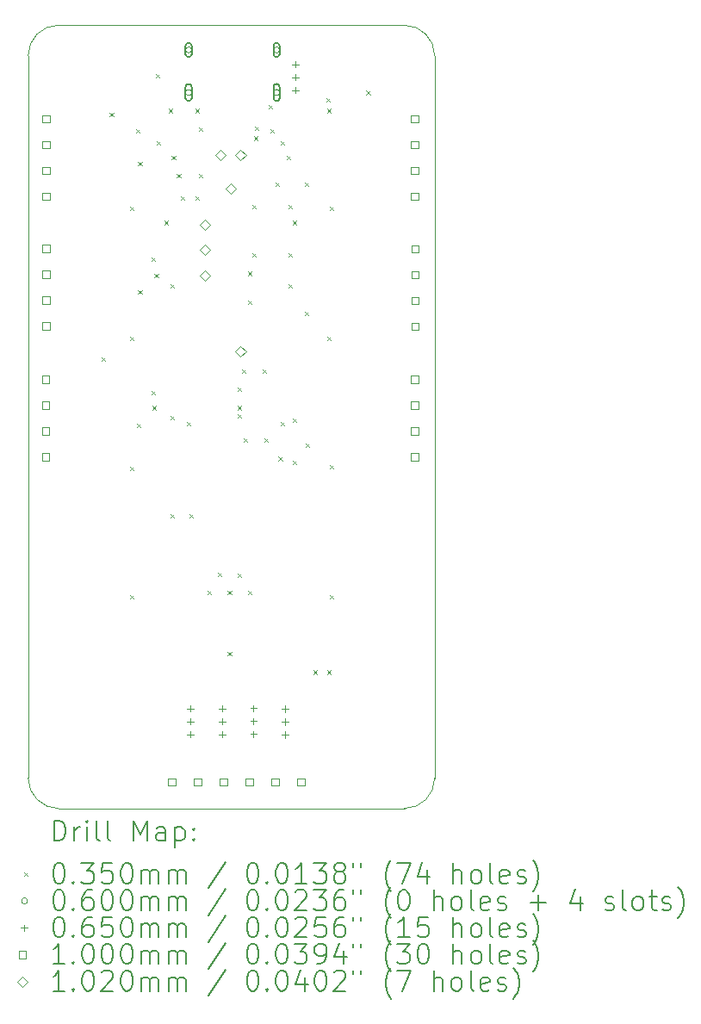
<source format=gbr>
%TF.GenerationSoftware,KiCad,Pcbnew,7.0.7*%
%TF.CreationDate,2024-10-30T15:42:39+00:00*%
%TF.ProjectId,Ponder-Pico2,506f6e64-6572-42d5-9069-636f322e6b69,0.1*%
%TF.SameCoordinates,Original*%
%TF.FileFunction,Drillmap*%
%TF.FilePolarity,Positive*%
%FSLAX45Y45*%
G04 Gerber Fmt 4.5, Leading zero omitted, Abs format (unit mm)*
G04 Created by KiCad (PCBNEW 7.0.7) date 2024-10-30 15:42:39*
%MOMM*%
%LPD*%
G01*
G04 APERTURE LIST*
%ADD10C,0.100000*%
%ADD11C,0.200000*%
%ADD12C,0.035000*%
%ADD13C,0.060000*%
%ADD14C,0.065000*%
%ADD15C,0.102000*%
G04 APERTURE END LIST*
D10*
X12060000Y-14698750D02*
X12060000Y-7598500D01*
X16057500Y-7598500D02*
G75*
G03*
X15757500Y-7298500I-300000J0D01*
G01*
X12360000Y-7298500D02*
G75*
G03*
X12060000Y-7598500I0J-300000D01*
G01*
X12060000Y-14698750D02*
G75*
G03*
X12361250Y-15000000I301250J0D01*
G01*
X12360000Y-7298500D02*
X15757500Y-7298500D01*
X15758750Y-15000000D02*
G75*
G03*
X16057500Y-14701250I0J298750D01*
G01*
X15758750Y-15000000D02*
X12361250Y-15000000D01*
X16057500Y-7598500D02*
X16057500Y-14701250D01*
D11*
D12*
X12782500Y-10562500D02*
X12817500Y-10597500D01*
X12817500Y-10562500D02*
X12782500Y-10597500D01*
X12862500Y-8162500D02*
X12897500Y-8197500D01*
X12897500Y-8162500D02*
X12862500Y-8197500D01*
X13062500Y-9082500D02*
X13097500Y-9117500D01*
X13097500Y-9082500D02*
X13062500Y-9117500D01*
X13062500Y-10362500D02*
X13097500Y-10397500D01*
X13097500Y-10362500D02*
X13062500Y-10397500D01*
X13062500Y-11642500D02*
X13097500Y-11677500D01*
X13097500Y-11642500D02*
X13062500Y-11677500D01*
X13062500Y-12902500D02*
X13097500Y-12937500D01*
X13097500Y-12902500D02*
X13062500Y-12937500D01*
X13122500Y-8322500D02*
X13157500Y-8357500D01*
X13157500Y-8322500D02*
X13122500Y-8357500D01*
X13130000Y-11216500D02*
X13165000Y-11251500D01*
X13165000Y-11216500D02*
X13130000Y-11251500D01*
X13142500Y-8642500D02*
X13177500Y-8677500D01*
X13177500Y-8642500D02*
X13142500Y-8677500D01*
X13142500Y-9902500D02*
X13177500Y-9937500D01*
X13177500Y-9902500D02*
X13142500Y-9937500D01*
X13273450Y-9582500D02*
X13308450Y-9617500D01*
X13308450Y-9582500D02*
X13273450Y-9617500D01*
X13273450Y-10892500D02*
X13308450Y-10927500D01*
X13308450Y-10892500D02*
X13273450Y-10927500D01*
X13282500Y-11042500D02*
X13317500Y-11077500D01*
X13317500Y-11042500D02*
X13282500Y-11077500D01*
X13302500Y-9742500D02*
X13337500Y-9777500D01*
X13337500Y-9742500D02*
X13302500Y-9777500D01*
X13312500Y-7782500D02*
X13347500Y-7817500D01*
X13347500Y-7782500D02*
X13312500Y-7817500D01*
X13322500Y-8442500D02*
X13357500Y-8477500D01*
X13357500Y-8442500D02*
X13322500Y-8477500D01*
X13402500Y-9222500D02*
X13437500Y-9257500D01*
X13437500Y-9222500D02*
X13402500Y-9257500D01*
X13442500Y-8122500D02*
X13477500Y-8157500D01*
X13477500Y-8122500D02*
X13442500Y-8157500D01*
X13462500Y-9842500D02*
X13497500Y-9877500D01*
X13497500Y-9842500D02*
X13462500Y-9877500D01*
X13462500Y-11142500D02*
X13497500Y-11177500D01*
X13497500Y-11142500D02*
X13462500Y-11177500D01*
X13462500Y-12102500D02*
X13497500Y-12137500D01*
X13497500Y-12102500D02*
X13462500Y-12137500D01*
X13472500Y-8582500D02*
X13507500Y-8617500D01*
X13507500Y-8582500D02*
X13472500Y-8617500D01*
X13522500Y-8762500D02*
X13557500Y-8797500D01*
X13557500Y-8762500D02*
X13522500Y-8797500D01*
X13562500Y-8982500D02*
X13597500Y-9017500D01*
X13597500Y-8982500D02*
X13562500Y-9017500D01*
X13622500Y-11202500D02*
X13657500Y-11237500D01*
X13657500Y-11202500D02*
X13622500Y-11237500D01*
X13642500Y-12102500D02*
X13677500Y-12137500D01*
X13677500Y-12102500D02*
X13642500Y-12137500D01*
X13702500Y-8122500D02*
X13737500Y-8157500D01*
X13737500Y-8122500D02*
X13702500Y-8157500D01*
X13702500Y-8982500D02*
X13737500Y-9017500D01*
X13737500Y-8982500D02*
X13702500Y-9017500D01*
X13742500Y-8302500D02*
X13777500Y-8337500D01*
X13777500Y-8302500D02*
X13742500Y-8337500D01*
X13742500Y-8762500D02*
X13777500Y-8797500D01*
X13777500Y-8762500D02*
X13742500Y-8797500D01*
X13822500Y-12862500D02*
X13857500Y-12897500D01*
X13857500Y-12862500D02*
X13822500Y-12897500D01*
X13922500Y-12682500D02*
X13957500Y-12717500D01*
X13957500Y-12682500D02*
X13922500Y-12717500D01*
X14022500Y-12862500D02*
X14057500Y-12897500D01*
X14057500Y-12862500D02*
X14022500Y-12897500D01*
X14022500Y-13462500D02*
X14057500Y-13497500D01*
X14057500Y-13462500D02*
X14022500Y-13497500D01*
X14122500Y-10862500D02*
X14157500Y-10897500D01*
X14157500Y-10862500D02*
X14122500Y-10897500D01*
X14122500Y-11042500D02*
X14157500Y-11077500D01*
X14157500Y-11042500D02*
X14122500Y-11077500D01*
X14122500Y-11122500D02*
X14157500Y-11157500D01*
X14157500Y-11122500D02*
X14122500Y-11157500D01*
X14122500Y-12686578D02*
X14157500Y-12721578D01*
X14157500Y-12686578D02*
X14122500Y-12721578D01*
X14162500Y-10682500D02*
X14197500Y-10717500D01*
X14197500Y-10682500D02*
X14162500Y-10717500D01*
X14182500Y-11362500D02*
X14217500Y-11397500D01*
X14217500Y-11362500D02*
X14182500Y-11397500D01*
X14222500Y-9722500D02*
X14257500Y-9757500D01*
X14257500Y-9722500D02*
X14222500Y-9757500D01*
X14222500Y-10002500D02*
X14257500Y-10037500D01*
X14257500Y-10002500D02*
X14222500Y-10037500D01*
X14222500Y-12861578D02*
X14257500Y-12896578D01*
X14257500Y-12861578D02*
X14222500Y-12896578D01*
X14262500Y-9062500D02*
X14297500Y-9097500D01*
X14297500Y-9062500D02*
X14262500Y-9097500D01*
X14262500Y-9542500D02*
X14297500Y-9577500D01*
X14297500Y-9542500D02*
X14262500Y-9577500D01*
X14282500Y-8392500D02*
X14317500Y-8427500D01*
X14317500Y-8392500D02*
X14282500Y-8427500D01*
X14292500Y-8292500D02*
X14327500Y-8327500D01*
X14327500Y-8292500D02*
X14292500Y-8327500D01*
X14362500Y-10682500D02*
X14397500Y-10717500D01*
X14397500Y-10682500D02*
X14362500Y-10717500D01*
X14382500Y-11362500D02*
X14417500Y-11397500D01*
X14417500Y-11362500D02*
X14382500Y-11397500D01*
X14422500Y-8082500D02*
X14457500Y-8117500D01*
X14457500Y-8082500D02*
X14422500Y-8117500D01*
X14442500Y-8322500D02*
X14477500Y-8357500D01*
X14477500Y-8322500D02*
X14442500Y-8357500D01*
X14490050Y-8842500D02*
X14525050Y-8877500D01*
X14525050Y-8842500D02*
X14490050Y-8877500D01*
X14522500Y-11542500D02*
X14557500Y-11577500D01*
X14557500Y-11542500D02*
X14522500Y-11577500D01*
X14542500Y-8442500D02*
X14577500Y-8477500D01*
X14577500Y-8442500D02*
X14542500Y-8477500D01*
X14542535Y-11202465D02*
X14577535Y-11237465D01*
X14577535Y-11202465D02*
X14542535Y-11237465D01*
X14602500Y-8582500D02*
X14637500Y-8617500D01*
X14637500Y-8582500D02*
X14602500Y-8617500D01*
X14622500Y-9062500D02*
X14657500Y-9097500D01*
X14657500Y-9062500D02*
X14622500Y-9097500D01*
X14622500Y-9542500D02*
X14657500Y-9577500D01*
X14657500Y-9542500D02*
X14622500Y-9577500D01*
X14622500Y-9842500D02*
X14657500Y-9877500D01*
X14657500Y-9842500D02*
X14622500Y-9877500D01*
X14662500Y-9222500D02*
X14697500Y-9257500D01*
X14697500Y-9222500D02*
X14662500Y-9257500D01*
X14662500Y-11162500D02*
X14697500Y-11197500D01*
X14697500Y-11162500D02*
X14662500Y-11197500D01*
X14662500Y-11582500D02*
X14697500Y-11617500D01*
X14697500Y-11582500D02*
X14662500Y-11617500D01*
X14782500Y-8842500D02*
X14817500Y-8877500D01*
X14817500Y-8842500D02*
X14782500Y-8877500D01*
X14782500Y-10112500D02*
X14817500Y-10147500D01*
X14817500Y-10112500D02*
X14782500Y-10147500D01*
X14791550Y-11412500D02*
X14826550Y-11447500D01*
X14826550Y-11412500D02*
X14791550Y-11447500D01*
X14862500Y-13642500D02*
X14897500Y-13677500D01*
X14897500Y-13642500D02*
X14862500Y-13677500D01*
X14992500Y-8012500D02*
X15027500Y-8047500D01*
X15027500Y-8012500D02*
X14992500Y-8047500D01*
X15002500Y-8122500D02*
X15037500Y-8157500D01*
X15037500Y-8122500D02*
X15002500Y-8157500D01*
X15002500Y-10362500D02*
X15037500Y-10397500D01*
X15037500Y-10362500D02*
X15002500Y-10397500D01*
X15002500Y-13642500D02*
X15037500Y-13677500D01*
X15037500Y-13642500D02*
X15002500Y-13677500D01*
X15022500Y-9082500D02*
X15057500Y-9117500D01*
X15057500Y-9082500D02*
X15022500Y-9117500D01*
X15022500Y-11622500D02*
X15057500Y-11657500D01*
X15057500Y-11622500D02*
X15022500Y-11657500D01*
X15022500Y-12902500D02*
X15057500Y-12937500D01*
X15057500Y-12902500D02*
X15022500Y-12937500D01*
X15385454Y-7943636D02*
X15420454Y-7978636D01*
X15420454Y-7943636D02*
X15385454Y-7978636D01*
D13*
X13668000Y-7542500D02*
G75*
G03*
X13668000Y-7542500I-30000J0D01*
G01*
D11*
X13668000Y-7582500D02*
X13668000Y-7502500D01*
X13668000Y-7502500D02*
G75*
G03*
X13608000Y-7502500I-30000J0D01*
G01*
X13608000Y-7502500D02*
X13608000Y-7582500D01*
X13608000Y-7582500D02*
G75*
G03*
X13668000Y-7582500I30000J0D01*
G01*
D13*
X13668000Y-7960500D02*
G75*
G03*
X13668000Y-7960500I-30000J0D01*
G01*
D11*
X13668000Y-8015500D02*
X13668000Y-7905500D01*
X13668000Y-7905500D02*
G75*
G03*
X13608000Y-7905500I-30000J0D01*
G01*
X13608000Y-7905500D02*
X13608000Y-8015500D01*
X13608000Y-8015500D02*
G75*
G03*
X13668000Y-8015500I30000J0D01*
G01*
D13*
X14532000Y-7542500D02*
G75*
G03*
X14532000Y-7542500I-30000J0D01*
G01*
D11*
X14532000Y-7582500D02*
X14532000Y-7502500D01*
X14532000Y-7502500D02*
G75*
G03*
X14472000Y-7502500I-30000J0D01*
G01*
X14472000Y-7502500D02*
X14472000Y-7582500D01*
X14472000Y-7582500D02*
G75*
G03*
X14532000Y-7582500I30000J0D01*
G01*
D13*
X14532000Y-7960500D02*
G75*
G03*
X14532000Y-7960500I-30000J0D01*
G01*
D11*
X14532000Y-8015500D02*
X14532000Y-7905500D01*
X14532000Y-7905500D02*
G75*
G03*
X14472000Y-7905500I-30000J0D01*
G01*
X14472000Y-7905500D02*
X14472000Y-8015500D01*
X14472000Y-8015500D02*
G75*
G03*
X14532000Y-8015500I30000J0D01*
G01*
D14*
X13656500Y-13983500D02*
X13656500Y-14048500D01*
X13624000Y-14016000D02*
X13689000Y-14016000D01*
X13656500Y-14110500D02*
X13656500Y-14175500D01*
X13624000Y-14143000D02*
X13689000Y-14143000D01*
X13656500Y-14237500D02*
X13656500Y-14302500D01*
X13624000Y-14270000D02*
X13689000Y-14270000D01*
X13966500Y-13983500D02*
X13966500Y-14048500D01*
X13934000Y-14016000D02*
X13999000Y-14016000D01*
X13966500Y-14110500D02*
X13966500Y-14175500D01*
X13934000Y-14143000D02*
X13999000Y-14143000D01*
X13966500Y-14237500D02*
X13966500Y-14302500D01*
X13934000Y-14270000D02*
X13999000Y-14270000D01*
X14276500Y-13982500D02*
X14276500Y-14047500D01*
X14244000Y-14015000D02*
X14309000Y-14015000D01*
X14276500Y-14109500D02*
X14276500Y-14174500D01*
X14244000Y-14142000D02*
X14309000Y-14142000D01*
X14276500Y-14236500D02*
X14276500Y-14301500D01*
X14244000Y-14269000D02*
X14309000Y-14269000D01*
X14586500Y-13985500D02*
X14586500Y-14050500D01*
X14554000Y-14018000D02*
X14619000Y-14018000D01*
X14586500Y-14112500D02*
X14586500Y-14177500D01*
X14554000Y-14145000D02*
X14619000Y-14145000D01*
X14586500Y-14239500D02*
X14586500Y-14304500D01*
X14554000Y-14272000D02*
X14619000Y-14272000D01*
X14690000Y-7650000D02*
X14690000Y-7715000D01*
X14657500Y-7682500D02*
X14722500Y-7682500D01*
X14690000Y-7777000D02*
X14690000Y-7842000D01*
X14657500Y-7809500D02*
X14722500Y-7809500D01*
X14690000Y-7904000D02*
X14690000Y-7969000D01*
X14657500Y-7936500D02*
X14722500Y-7936500D01*
D10*
X12270356Y-10815856D02*
X12270356Y-10745144D01*
X12199644Y-10745144D01*
X12199644Y-10815856D01*
X12270356Y-10815856D01*
X12270356Y-11069856D02*
X12270356Y-10999144D01*
X12199644Y-10999144D01*
X12199644Y-11069856D01*
X12270356Y-11069856D01*
X12270356Y-11323856D02*
X12270356Y-11253144D01*
X12199644Y-11253144D01*
X12199644Y-11323856D01*
X12270356Y-11323856D01*
X12270356Y-11577856D02*
X12270356Y-11507144D01*
X12199644Y-11507144D01*
X12199644Y-11577856D01*
X12270356Y-11577856D01*
X12272856Y-8252856D02*
X12272856Y-8182144D01*
X12202144Y-8182144D01*
X12202144Y-8252856D01*
X12272856Y-8252856D01*
X12272856Y-8506856D02*
X12272856Y-8436144D01*
X12202144Y-8436144D01*
X12202144Y-8506856D01*
X12272856Y-8506856D01*
X12272856Y-8760856D02*
X12272856Y-8690144D01*
X12202144Y-8690144D01*
X12202144Y-8760856D01*
X12272856Y-8760856D01*
X12272856Y-9014856D02*
X12272856Y-8944144D01*
X12202144Y-8944144D01*
X12202144Y-9014856D01*
X12272856Y-9014856D01*
X12272856Y-9530356D02*
X12272856Y-9459644D01*
X12202144Y-9459644D01*
X12202144Y-9530356D01*
X12272856Y-9530356D01*
X12272856Y-9784356D02*
X12272856Y-9713644D01*
X12202144Y-9713644D01*
X12202144Y-9784356D01*
X12272856Y-9784356D01*
X12272856Y-10038356D02*
X12272856Y-9967644D01*
X12202144Y-9967644D01*
X12202144Y-10038356D01*
X12272856Y-10038356D01*
X12272856Y-10292356D02*
X12272856Y-10221644D01*
X12202144Y-10221644D01*
X12202144Y-10292356D01*
X12272856Y-10292356D01*
X13507856Y-14775356D02*
X13507856Y-14704644D01*
X13437144Y-14704644D01*
X13437144Y-14775356D01*
X13507856Y-14775356D01*
X13761856Y-14775356D02*
X13761856Y-14704644D01*
X13691144Y-14704644D01*
X13691144Y-14775356D01*
X13761856Y-14775356D01*
X14015856Y-14775356D02*
X14015856Y-14704644D01*
X13945144Y-14704644D01*
X13945144Y-14775356D01*
X14015856Y-14775356D01*
X14269856Y-14775356D02*
X14269856Y-14704644D01*
X14199144Y-14704644D01*
X14199144Y-14775356D01*
X14269856Y-14775356D01*
X14523856Y-14775356D02*
X14523856Y-14704644D01*
X14453144Y-14704644D01*
X14453144Y-14775356D01*
X14523856Y-14775356D01*
X14777856Y-14775356D02*
X14777856Y-14704644D01*
X14707144Y-14704644D01*
X14707144Y-14775356D01*
X14777856Y-14775356D01*
X15895356Y-8253356D02*
X15895356Y-8182644D01*
X15824644Y-8182644D01*
X15824644Y-8253356D01*
X15895356Y-8253356D01*
X15895356Y-8507356D02*
X15895356Y-8436644D01*
X15824644Y-8436644D01*
X15824644Y-8507356D01*
X15895356Y-8507356D01*
X15895356Y-8761356D02*
X15895356Y-8690644D01*
X15824644Y-8690644D01*
X15824644Y-8761356D01*
X15895356Y-8761356D01*
X15895356Y-9015356D02*
X15895356Y-8944644D01*
X15824644Y-8944644D01*
X15824644Y-9015356D01*
X15895356Y-9015356D01*
X15895356Y-10815356D02*
X15895356Y-10744644D01*
X15824644Y-10744644D01*
X15824644Y-10815356D01*
X15895356Y-10815356D01*
X15895356Y-11069356D02*
X15895356Y-10998644D01*
X15824644Y-10998644D01*
X15824644Y-11069356D01*
X15895356Y-11069356D01*
X15895356Y-11323356D02*
X15895356Y-11252644D01*
X15824644Y-11252644D01*
X15824644Y-11323356D01*
X15895356Y-11323356D01*
X15895356Y-11577356D02*
X15895356Y-11506644D01*
X15824644Y-11506644D01*
X15824644Y-11577356D01*
X15895356Y-11577356D01*
X15897856Y-9531356D02*
X15897856Y-9460644D01*
X15827144Y-9460644D01*
X15827144Y-9531356D01*
X15897856Y-9531356D01*
X15897856Y-9785356D02*
X15897856Y-9714644D01*
X15827144Y-9714644D01*
X15827144Y-9785356D01*
X15897856Y-9785356D01*
X15897856Y-10039356D02*
X15897856Y-9968644D01*
X15827144Y-9968644D01*
X15827144Y-10039356D01*
X15897856Y-10039356D01*
X15897856Y-10293356D02*
X15897856Y-10222644D01*
X15827144Y-10222644D01*
X15827144Y-10293356D01*
X15897856Y-10293356D01*
D15*
X13800000Y-9309000D02*
X13851000Y-9258000D01*
X13800000Y-9207000D01*
X13749000Y-9258000D01*
X13800000Y-9309000D01*
X13800000Y-9559000D02*
X13851000Y-9508000D01*
X13800000Y-9457000D01*
X13749000Y-9508000D01*
X13800000Y-9559000D01*
X13800000Y-9809000D02*
X13851000Y-9758000D01*
X13800000Y-9707000D01*
X13749000Y-9758000D01*
X13800000Y-9809000D01*
X13950000Y-8629000D02*
X14001000Y-8578000D01*
X13950000Y-8527000D01*
X13899000Y-8578000D01*
X13950000Y-8629000D01*
X14050000Y-8959000D02*
X14101000Y-8908000D01*
X14050000Y-8857000D01*
X13999000Y-8908000D01*
X14050000Y-8959000D01*
X14150000Y-8629000D02*
X14201000Y-8578000D01*
X14150000Y-8527000D01*
X14099000Y-8578000D01*
X14150000Y-8629000D01*
X14150000Y-10559000D02*
X14201000Y-10508000D01*
X14150000Y-10457000D01*
X14099000Y-10508000D01*
X14150000Y-10559000D01*
D11*
X12315777Y-15316484D02*
X12315777Y-15116484D01*
X12315777Y-15116484D02*
X12363396Y-15116484D01*
X12363396Y-15116484D02*
X12391967Y-15126008D01*
X12391967Y-15126008D02*
X12411015Y-15145055D01*
X12411015Y-15145055D02*
X12420539Y-15164103D01*
X12420539Y-15164103D02*
X12430062Y-15202198D01*
X12430062Y-15202198D02*
X12430062Y-15230769D01*
X12430062Y-15230769D02*
X12420539Y-15268865D01*
X12420539Y-15268865D02*
X12411015Y-15287912D01*
X12411015Y-15287912D02*
X12391967Y-15306960D01*
X12391967Y-15306960D02*
X12363396Y-15316484D01*
X12363396Y-15316484D02*
X12315777Y-15316484D01*
X12515777Y-15316484D02*
X12515777Y-15183150D01*
X12515777Y-15221246D02*
X12525301Y-15202198D01*
X12525301Y-15202198D02*
X12534824Y-15192674D01*
X12534824Y-15192674D02*
X12553872Y-15183150D01*
X12553872Y-15183150D02*
X12572920Y-15183150D01*
X12639586Y-15316484D02*
X12639586Y-15183150D01*
X12639586Y-15116484D02*
X12630062Y-15126008D01*
X12630062Y-15126008D02*
X12639586Y-15135531D01*
X12639586Y-15135531D02*
X12649110Y-15126008D01*
X12649110Y-15126008D02*
X12639586Y-15116484D01*
X12639586Y-15116484D02*
X12639586Y-15135531D01*
X12763396Y-15316484D02*
X12744348Y-15306960D01*
X12744348Y-15306960D02*
X12734824Y-15287912D01*
X12734824Y-15287912D02*
X12734824Y-15116484D01*
X12868158Y-15316484D02*
X12849110Y-15306960D01*
X12849110Y-15306960D02*
X12839586Y-15287912D01*
X12839586Y-15287912D02*
X12839586Y-15116484D01*
X13096729Y-15316484D02*
X13096729Y-15116484D01*
X13096729Y-15116484D02*
X13163396Y-15259341D01*
X13163396Y-15259341D02*
X13230062Y-15116484D01*
X13230062Y-15116484D02*
X13230062Y-15316484D01*
X13411015Y-15316484D02*
X13411015Y-15211722D01*
X13411015Y-15211722D02*
X13401491Y-15192674D01*
X13401491Y-15192674D02*
X13382443Y-15183150D01*
X13382443Y-15183150D02*
X13344348Y-15183150D01*
X13344348Y-15183150D02*
X13325301Y-15192674D01*
X13411015Y-15306960D02*
X13391967Y-15316484D01*
X13391967Y-15316484D02*
X13344348Y-15316484D01*
X13344348Y-15316484D02*
X13325301Y-15306960D01*
X13325301Y-15306960D02*
X13315777Y-15287912D01*
X13315777Y-15287912D02*
X13315777Y-15268865D01*
X13315777Y-15268865D02*
X13325301Y-15249817D01*
X13325301Y-15249817D02*
X13344348Y-15240293D01*
X13344348Y-15240293D02*
X13391967Y-15240293D01*
X13391967Y-15240293D02*
X13411015Y-15230769D01*
X13506253Y-15183150D02*
X13506253Y-15383150D01*
X13506253Y-15192674D02*
X13525301Y-15183150D01*
X13525301Y-15183150D02*
X13563396Y-15183150D01*
X13563396Y-15183150D02*
X13582443Y-15192674D01*
X13582443Y-15192674D02*
X13591967Y-15202198D01*
X13591967Y-15202198D02*
X13601491Y-15221246D01*
X13601491Y-15221246D02*
X13601491Y-15278388D01*
X13601491Y-15278388D02*
X13591967Y-15297436D01*
X13591967Y-15297436D02*
X13582443Y-15306960D01*
X13582443Y-15306960D02*
X13563396Y-15316484D01*
X13563396Y-15316484D02*
X13525301Y-15316484D01*
X13525301Y-15316484D02*
X13506253Y-15306960D01*
X13687205Y-15297436D02*
X13696729Y-15306960D01*
X13696729Y-15306960D02*
X13687205Y-15316484D01*
X13687205Y-15316484D02*
X13677682Y-15306960D01*
X13677682Y-15306960D02*
X13687205Y-15297436D01*
X13687205Y-15297436D02*
X13687205Y-15316484D01*
X13687205Y-15192674D02*
X13696729Y-15202198D01*
X13696729Y-15202198D02*
X13687205Y-15211722D01*
X13687205Y-15211722D02*
X13677682Y-15202198D01*
X13677682Y-15202198D02*
X13687205Y-15192674D01*
X13687205Y-15192674D02*
X13687205Y-15211722D01*
D12*
X12020000Y-15627500D02*
X12055000Y-15662500D01*
X12055000Y-15627500D02*
X12020000Y-15662500D01*
D11*
X12353872Y-15536484D02*
X12372920Y-15536484D01*
X12372920Y-15536484D02*
X12391967Y-15546008D01*
X12391967Y-15546008D02*
X12401491Y-15555531D01*
X12401491Y-15555531D02*
X12411015Y-15574579D01*
X12411015Y-15574579D02*
X12420539Y-15612674D01*
X12420539Y-15612674D02*
X12420539Y-15660293D01*
X12420539Y-15660293D02*
X12411015Y-15698388D01*
X12411015Y-15698388D02*
X12401491Y-15717436D01*
X12401491Y-15717436D02*
X12391967Y-15726960D01*
X12391967Y-15726960D02*
X12372920Y-15736484D01*
X12372920Y-15736484D02*
X12353872Y-15736484D01*
X12353872Y-15736484D02*
X12334824Y-15726960D01*
X12334824Y-15726960D02*
X12325301Y-15717436D01*
X12325301Y-15717436D02*
X12315777Y-15698388D01*
X12315777Y-15698388D02*
X12306253Y-15660293D01*
X12306253Y-15660293D02*
X12306253Y-15612674D01*
X12306253Y-15612674D02*
X12315777Y-15574579D01*
X12315777Y-15574579D02*
X12325301Y-15555531D01*
X12325301Y-15555531D02*
X12334824Y-15546008D01*
X12334824Y-15546008D02*
X12353872Y-15536484D01*
X12506253Y-15717436D02*
X12515777Y-15726960D01*
X12515777Y-15726960D02*
X12506253Y-15736484D01*
X12506253Y-15736484D02*
X12496729Y-15726960D01*
X12496729Y-15726960D02*
X12506253Y-15717436D01*
X12506253Y-15717436D02*
X12506253Y-15736484D01*
X12582443Y-15536484D02*
X12706253Y-15536484D01*
X12706253Y-15536484D02*
X12639586Y-15612674D01*
X12639586Y-15612674D02*
X12668158Y-15612674D01*
X12668158Y-15612674D02*
X12687205Y-15622198D01*
X12687205Y-15622198D02*
X12696729Y-15631722D01*
X12696729Y-15631722D02*
X12706253Y-15650769D01*
X12706253Y-15650769D02*
X12706253Y-15698388D01*
X12706253Y-15698388D02*
X12696729Y-15717436D01*
X12696729Y-15717436D02*
X12687205Y-15726960D01*
X12687205Y-15726960D02*
X12668158Y-15736484D01*
X12668158Y-15736484D02*
X12611015Y-15736484D01*
X12611015Y-15736484D02*
X12591967Y-15726960D01*
X12591967Y-15726960D02*
X12582443Y-15717436D01*
X12887205Y-15536484D02*
X12791967Y-15536484D01*
X12791967Y-15536484D02*
X12782443Y-15631722D01*
X12782443Y-15631722D02*
X12791967Y-15622198D01*
X12791967Y-15622198D02*
X12811015Y-15612674D01*
X12811015Y-15612674D02*
X12858634Y-15612674D01*
X12858634Y-15612674D02*
X12877682Y-15622198D01*
X12877682Y-15622198D02*
X12887205Y-15631722D01*
X12887205Y-15631722D02*
X12896729Y-15650769D01*
X12896729Y-15650769D02*
X12896729Y-15698388D01*
X12896729Y-15698388D02*
X12887205Y-15717436D01*
X12887205Y-15717436D02*
X12877682Y-15726960D01*
X12877682Y-15726960D02*
X12858634Y-15736484D01*
X12858634Y-15736484D02*
X12811015Y-15736484D01*
X12811015Y-15736484D02*
X12791967Y-15726960D01*
X12791967Y-15726960D02*
X12782443Y-15717436D01*
X13020539Y-15536484D02*
X13039586Y-15536484D01*
X13039586Y-15536484D02*
X13058634Y-15546008D01*
X13058634Y-15546008D02*
X13068158Y-15555531D01*
X13068158Y-15555531D02*
X13077682Y-15574579D01*
X13077682Y-15574579D02*
X13087205Y-15612674D01*
X13087205Y-15612674D02*
X13087205Y-15660293D01*
X13087205Y-15660293D02*
X13077682Y-15698388D01*
X13077682Y-15698388D02*
X13068158Y-15717436D01*
X13068158Y-15717436D02*
X13058634Y-15726960D01*
X13058634Y-15726960D02*
X13039586Y-15736484D01*
X13039586Y-15736484D02*
X13020539Y-15736484D01*
X13020539Y-15736484D02*
X13001491Y-15726960D01*
X13001491Y-15726960D02*
X12991967Y-15717436D01*
X12991967Y-15717436D02*
X12982443Y-15698388D01*
X12982443Y-15698388D02*
X12972920Y-15660293D01*
X12972920Y-15660293D02*
X12972920Y-15612674D01*
X12972920Y-15612674D02*
X12982443Y-15574579D01*
X12982443Y-15574579D02*
X12991967Y-15555531D01*
X12991967Y-15555531D02*
X13001491Y-15546008D01*
X13001491Y-15546008D02*
X13020539Y-15536484D01*
X13172920Y-15736484D02*
X13172920Y-15603150D01*
X13172920Y-15622198D02*
X13182443Y-15612674D01*
X13182443Y-15612674D02*
X13201491Y-15603150D01*
X13201491Y-15603150D02*
X13230063Y-15603150D01*
X13230063Y-15603150D02*
X13249110Y-15612674D01*
X13249110Y-15612674D02*
X13258634Y-15631722D01*
X13258634Y-15631722D02*
X13258634Y-15736484D01*
X13258634Y-15631722D02*
X13268158Y-15612674D01*
X13268158Y-15612674D02*
X13287205Y-15603150D01*
X13287205Y-15603150D02*
X13315777Y-15603150D01*
X13315777Y-15603150D02*
X13334824Y-15612674D01*
X13334824Y-15612674D02*
X13344348Y-15631722D01*
X13344348Y-15631722D02*
X13344348Y-15736484D01*
X13439586Y-15736484D02*
X13439586Y-15603150D01*
X13439586Y-15622198D02*
X13449110Y-15612674D01*
X13449110Y-15612674D02*
X13468158Y-15603150D01*
X13468158Y-15603150D02*
X13496729Y-15603150D01*
X13496729Y-15603150D02*
X13515777Y-15612674D01*
X13515777Y-15612674D02*
X13525301Y-15631722D01*
X13525301Y-15631722D02*
X13525301Y-15736484D01*
X13525301Y-15631722D02*
X13534824Y-15612674D01*
X13534824Y-15612674D02*
X13553872Y-15603150D01*
X13553872Y-15603150D02*
X13582443Y-15603150D01*
X13582443Y-15603150D02*
X13601491Y-15612674D01*
X13601491Y-15612674D02*
X13611015Y-15631722D01*
X13611015Y-15631722D02*
X13611015Y-15736484D01*
X14001491Y-15526960D02*
X13830063Y-15784103D01*
X14258634Y-15536484D02*
X14277682Y-15536484D01*
X14277682Y-15536484D02*
X14296729Y-15546008D01*
X14296729Y-15546008D02*
X14306253Y-15555531D01*
X14306253Y-15555531D02*
X14315777Y-15574579D01*
X14315777Y-15574579D02*
X14325301Y-15612674D01*
X14325301Y-15612674D02*
X14325301Y-15660293D01*
X14325301Y-15660293D02*
X14315777Y-15698388D01*
X14315777Y-15698388D02*
X14306253Y-15717436D01*
X14306253Y-15717436D02*
X14296729Y-15726960D01*
X14296729Y-15726960D02*
X14277682Y-15736484D01*
X14277682Y-15736484D02*
X14258634Y-15736484D01*
X14258634Y-15736484D02*
X14239586Y-15726960D01*
X14239586Y-15726960D02*
X14230063Y-15717436D01*
X14230063Y-15717436D02*
X14220539Y-15698388D01*
X14220539Y-15698388D02*
X14211015Y-15660293D01*
X14211015Y-15660293D02*
X14211015Y-15612674D01*
X14211015Y-15612674D02*
X14220539Y-15574579D01*
X14220539Y-15574579D02*
X14230063Y-15555531D01*
X14230063Y-15555531D02*
X14239586Y-15546008D01*
X14239586Y-15546008D02*
X14258634Y-15536484D01*
X14411015Y-15717436D02*
X14420539Y-15726960D01*
X14420539Y-15726960D02*
X14411015Y-15736484D01*
X14411015Y-15736484D02*
X14401491Y-15726960D01*
X14401491Y-15726960D02*
X14411015Y-15717436D01*
X14411015Y-15717436D02*
X14411015Y-15736484D01*
X14544348Y-15536484D02*
X14563396Y-15536484D01*
X14563396Y-15536484D02*
X14582444Y-15546008D01*
X14582444Y-15546008D02*
X14591967Y-15555531D01*
X14591967Y-15555531D02*
X14601491Y-15574579D01*
X14601491Y-15574579D02*
X14611015Y-15612674D01*
X14611015Y-15612674D02*
X14611015Y-15660293D01*
X14611015Y-15660293D02*
X14601491Y-15698388D01*
X14601491Y-15698388D02*
X14591967Y-15717436D01*
X14591967Y-15717436D02*
X14582444Y-15726960D01*
X14582444Y-15726960D02*
X14563396Y-15736484D01*
X14563396Y-15736484D02*
X14544348Y-15736484D01*
X14544348Y-15736484D02*
X14525301Y-15726960D01*
X14525301Y-15726960D02*
X14515777Y-15717436D01*
X14515777Y-15717436D02*
X14506253Y-15698388D01*
X14506253Y-15698388D02*
X14496729Y-15660293D01*
X14496729Y-15660293D02*
X14496729Y-15612674D01*
X14496729Y-15612674D02*
X14506253Y-15574579D01*
X14506253Y-15574579D02*
X14515777Y-15555531D01*
X14515777Y-15555531D02*
X14525301Y-15546008D01*
X14525301Y-15546008D02*
X14544348Y-15536484D01*
X14801491Y-15736484D02*
X14687206Y-15736484D01*
X14744348Y-15736484D02*
X14744348Y-15536484D01*
X14744348Y-15536484D02*
X14725301Y-15565055D01*
X14725301Y-15565055D02*
X14706253Y-15584103D01*
X14706253Y-15584103D02*
X14687206Y-15593627D01*
X14868158Y-15536484D02*
X14991967Y-15536484D01*
X14991967Y-15536484D02*
X14925301Y-15612674D01*
X14925301Y-15612674D02*
X14953872Y-15612674D01*
X14953872Y-15612674D02*
X14972920Y-15622198D01*
X14972920Y-15622198D02*
X14982444Y-15631722D01*
X14982444Y-15631722D02*
X14991967Y-15650769D01*
X14991967Y-15650769D02*
X14991967Y-15698388D01*
X14991967Y-15698388D02*
X14982444Y-15717436D01*
X14982444Y-15717436D02*
X14972920Y-15726960D01*
X14972920Y-15726960D02*
X14953872Y-15736484D01*
X14953872Y-15736484D02*
X14896729Y-15736484D01*
X14896729Y-15736484D02*
X14877682Y-15726960D01*
X14877682Y-15726960D02*
X14868158Y-15717436D01*
X15106253Y-15622198D02*
X15087206Y-15612674D01*
X15087206Y-15612674D02*
X15077682Y-15603150D01*
X15077682Y-15603150D02*
X15068158Y-15584103D01*
X15068158Y-15584103D02*
X15068158Y-15574579D01*
X15068158Y-15574579D02*
X15077682Y-15555531D01*
X15077682Y-15555531D02*
X15087206Y-15546008D01*
X15087206Y-15546008D02*
X15106253Y-15536484D01*
X15106253Y-15536484D02*
X15144348Y-15536484D01*
X15144348Y-15536484D02*
X15163396Y-15546008D01*
X15163396Y-15546008D02*
X15172920Y-15555531D01*
X15172920Y-15555531D02*
X15182444Y-15574579D01*
X15182444Y-15574579D02*
X15182444Y-15584103D01*
X15182444Y-15584103D02*
X15172920Y-15603150D01*
X15172920Y-15603150D02*
X15163396Y-15612674D01*
X15163396Y-15612674D02*
X15144348Y-15622198D01*
X15144348Y-15622198D02*
X15106253Y-15622198D01*
X15106253Y-15622198D02*
X15087206Y-15631722D01*
X15087206Y-15631722D02*
X15077682Y-15641246D01*
X15077682Y-15641246D02*
X15068158Y-15660293D01*
X15068158Y-15660293D02*
X15068158Y-15698388D01*
X15068158Y-15698388D02*
X15077682Y-15717436D01*
X15077682Y-15717436D02*
X15087206Y-15726960D01*
X15087206Y-15726960D02*
X15106253Y-15736484D01*
X15106253Y-15736484D02*
X15144348Y-15736484D01*
X15144348Y-15736484D02*
X15163396Y-15726960D01*
X15163396Y-15726960D02*
X15172920Y-15717436D01*
X15172920Y-15717436D02*
X15182444Y-15698388D01*
X15182444Y-15698388D02*
X15182444Y-15660293D01*
X15182444Y-15660293D02*
X15172920Y-15641246D01*
X15172920Y-15641246D02*
X15163396Y-15631722D01*
X15163396Y-15631722D02*
X15144348Y-15622198D01*
X15258634Y-15536484D02*
X15258634Y-15574579D01*
X15334825Y-15536484D02*
X15334825Y-15574579D01*
X15630063Y-15812674D02*
X15620539Y-15803150D01*
X15620539Y-15803150D02*
X15601491Y-15774579D01*
X15601491Y-15774579D02*
X15591968Y-15755531D01*
X15591968Y-15755531D02*
X15582444Y-15726960D01*
X15582444Y-15726960D02*
X15572920Y-15679341D01*
X15572920Y-15679341D02*
X15572920Y-15641246D01*
X15572920Y-15641246D02*
X15582444Y-15593627D01*
X15582444Y-15593627D02*
X15591968Y-15565055D01*
X15591968Y-15565055D02*
X15601491Y-15546008D01*
X15601491Y-15546008D02*
X15620539Y-15517436D01*
X15620539Y-15517436D02*
X15630063Y-15507912D01*
X15687206Y-15536484D02*
X15820539Y-15536484D01*
X15820539Y-15536484D02*
X15734825Y-15736484D01*
X15982444Y-15603150D02*
X15982444Y-15736484D01*
X15934825Y-15526960D02*
X15887206Y-15669817D01*
X15887206Y-15669817D02*
X16011015Y-15669817D01*
X16239587Y-15736484D02*
X16239587Y-15536484D01*
X16325301Y-15736484D02*
X16325301Y-15631722D01*
X16325301Y-15631722D02*
X16315777Y-15612674D01*
X16315777Y-15612674D02*
X16296730Y-15603150D01*
X16296730Y-15603150D02*
X16268158Y-15603150D01*
X16268158Y-15603150D02*
X16249110Y-15612674D01*
X16249110Y-15612674D02*
X16239587Y-15622198D01*
X16449110Y-15736484D02*
X16430063Y-15726960D01*
X16430063Y-15726960D02*
X16420539Y-15717436D01*
X16420539Y-15717436D02*
X16411015Y-15698388D01*
X16411015Y-15698388D02*
X16411015Y-15641246D01*
X16411015Y-15641246D02*
X16420539Y-15622198D01*
X16420539Y-15622198D02*
X16430063Y-15612674D01*
X16430063Y-15612674D02*
X16449110Y-15603150D01*
X16449110Y-15603150D02*
X16477682Y-15603150D01*
X16477682Y-15603150D02*
X16496730Y-15612674D01*
X16496730Y-15612674D02*
X16506253Y-15622198D01*
X16506253Y-15622198D02*
X16515777Y-15641246D01*
X16515777Y-15641246D02*
X16515777Y-15698388D01*
X16515777Y-15698388D02*
X16506253Y-15717436D01*
X16506253Y-15717436D02*
X16496730Y-15726960D01*
X16496730Y-15726960D02*
X16477682Y-15736484D01*
X16477682Y-15736484D02*
X16449110Y-15736484D01*
X16630063Y-15736484D02*
X16611015Y-15726960D01*
X16611015Y-15726960D02*
X16601491Y-15707912D01*
X16601491Y-15707912D02*
X16601491Y-15536484D01*
X16782444Y-15726960D02*
X16763396Y-15736484D01*
X16763396Y-15736484D02*
X16725301Y-15736484D01*
X16725301Y-15736484D02*
X16706253Y-15726960D01*
X16706253Y-15726960D02*
X16696730Y-15707912D01*
X16696730Y-15707912D02*
X16696730Y-15631722D01*
X16696730Y-15631722D02*
X16706253Y-15612674D01*
X16706253Y-15612674D02*
X16725301Y-15603150D01*
X16725301Y-15603150D02*
X16763396Y-15603150D01*
X16763396Y-15603150D02*
X16782444Y-15612674D01*
X16782444Y-15612674D02*
X16791968Y-15631722D01*
X16791968Y-15631722D02*
X16791968Y-15650769D01*
X16791968Y-15650769D02*
X16696730Y-15669817D01*
X16868158Y-15726960D02*
X16887206Y-15736484D01*
X16887206Y-15736484D02*
X16925301Y-15736484D01*
X16925301Y-15736484D02*
X16944349Y-15726960D01*
X16944349Y-15726960D02*
X16953873Y-15707912D01*
X16953873Y-15707912D02*
X16953873Y-15698388D01*
X16953873Y-15698388D02*
X16944349Y-15679341D01*
X16944349Y-15679341D02*
X16925301Y-15669817D01*
X16925301Y-15669817D02*
X16896730Y-15669817D01*
X16896730Y-15669817D02*
X16877682Y-15660293D01*
X16877682Y-15660293D02*
X16868158Y-15641246D01*
X16868158Y-15641246D02*
X16868158Y-15631722D01*
X16868158Y-15631722D02*
X16877682Y-15612674D01*
X16877682Y-15612674D02*
X16896730Y-15603150D01*
X16896730Y-15603150D02*
X16925301Y-15603150D01*
X16925301Y-15603150D02*
X16944349Y-15612674D01*
X17020539Y-15812674D02*
X17030063Y-15803150D01*
X17030063Y-15803150D02*
X17049111Y-15774579D01*
X17049111Y-15774579D02*
X17058634Y-15755531D01*
X17058634Y-15755531D02*
X17068158Y-15726960D01*
X17068158Y-15726960D02*
X17077682Y-15679341D01*
X17077682Y-15679341D02*
X17077682Y-15641246D01*
X17077682Y-15641246D02*
X17068158Y-15593627D01*
X17068158Y-15593627D02*
X17058634Y-15565055D01*
X17058634Y-15565055D02*
X17049111Y-15546008D01*
X17049111Y-15546008D02*
X17030063Y-15517436D01*
X17030063Y-15517436D02*
X17020539Y-15507912D01*
D13*
X12055000Y-15909000D02*
G75*
G03*
X12055000Y-15909000I-30000J0D01*
G01*
D11*
X12353872Y-15800484D02*
X12372920Y-15800484D01*
X12372920Y-15800484D02*
X12391967Y-15810008D01*
X12391967Y-15810008D02*
X12401491Y-15819531D01*
X12401491Y-15819531D02*
X12411015Y-15838579D01*
X12411015Y-15838579D02*
X12420539Y-15876674D01*
X12420539Y-15876674D02*
X12420539Y-15924293D01*
X12420539Y-15924293D02*
X12411015Y-15962388D01*
X12411015Y-15962388D02*
X12401491Y-15981436D01*
X12401491Y-15981436D02*
X12391967Y-15990960D01*
X12391967Y-15990960D02*
X12372920Y-16000484D01*
X12372920Y-16000484D02*
X12353872Y-16000484D01*
X12353872Y-16000484D02*
X12334824Y-15990960D01*
X12334824Y-15990960D02*
X12325301Y-15981436D01*
X12325301Y-15981436D02*
X12315777Y-15962388D01*
X12315777Y-15962388D02*
X12306253Y-15924293D01*
X12306253Y-15924293D02*
X12306253Y-15876674D01*
X12306253Y-15876674D02*
X12315777Y-15838579D01*
X12315777Y-15838579D02*
X12325301Y-15819531D01*
X12325301Y-15819531D02*
X12334824Y-15810008D01*
X12334824Y-15810008D02*
X12353872Y-15800484D01*
X12506253Y-15981436D02*
X12515777Y-15990960D01*
X12515777Y-15990960D02*
X12506253Y-16000484D01*
X12506253Y-16000484D02*
X12496729Y-15990960D01*
X12496729Y-15990960D02*
X12506253Y-15981436D01*
X12506253Y-15981436D02*
X12506253Y-16000484D01*
X12687205Y-15800484D02*
X12649110Y-15800484D01*
X12649110Y-15800484D02*
X12630062Y-15810008D01*
X12630062Y-15810008D02*
X12620539Y-15819531D01*
X12620539Y-15819531D02*
X12601491Y-15848103D01*
X12601491Y-15848103D02*
X12591967Y-15886198D01*
X12591967Y-15886198D02*
X12591967Y-15962388D01*
X12591967Y-15962388D02*
X12601491Y-15981436D01*
X12601491Y-15981436D02*
X12611015Y-15990960D01*
X12611015Y-15990960D02*
X12630062Y-16000484D01*
X12630062Y-16000484D02*
X12668158Y-16000484D01*
X12668158Y-16000484D02*
X12687205Y-15990960D01*
X12687205Y-15990960D02*
X12696729Y-15981436D01*
X12696729Y-15981436D02*
X12706253Y-15962388D01*
X12706253Y-15962388D02*
X12706253Y-15914769D01*
X12706253Y-15914769D02*
X12696729Y-15895722D01*
X12696729Y-15895722D02*
X12687205Y-15886198D01*
X12687205Y-15886198D02*
X12668158Y-15876674D01*
X12668158Y-15876674D02*
X12630062Y-15876674D01*
X12630062Y-15876674D02*
X12611015Y-15886198D01*
X12611015Y-15886198D02*
X12601491Y-15895722D01*
X12601491Y-15895722D02*
X12591967Y-15914769D01*
X12830062Y-15800484D02*
X12849110Y-15800484D01*
X12849110Y-15800484D02*
X12868158Y-15810008D01*
X12868158Y-15810008D02*
X12877682Y-15819531D01*
X12877682Y-15819531D02*
X12887205Y-15838579D01*
X12887205Y-15838579D02*
X12896729Y-15876674D01*
X12896729Y-15876674D02*
X12896729Y-15924293D01*
X12896729Y-15924293D02*
X12887205Y-15962388D01*
X12887205Y-15962388D02*
X12877682Y-15981436D01*
X12877682Y-15981436D02*
X12868158Y-15990960D01*
X12868158Y-15990960D02*
X12849110Y-16000484D01*
X12849110Y-16000484D02*
X12830062Y-16000484D01*
X12830062Y-16000484D02*
X12811015Y-15990960D01*
X12811015Y-15990960D02*
X12801491Y-15981436D01*
X12801491Y-15981436D02*
X12791967Y-15962388D01*
X12791967Y-15962388D02*
X12782443Y-15924293D01*
X12782443Y-15924293D02*
X12782443Y-15876674D01*
X12782443Y-15876674D02*
X12791967Y-15838579D01*
X12791967Y-15838579D02*
X12801491Y-15819531D01*
X12801491Y-15819531D02*
X12811015Y-15810008D01*
X12811015Y-15810008D02*
X12830062Y-15800484D01*
X13020539Y-15800484D02*
X13039586Y-15800484D01*
X13039586Y-15800484D02*
X13058634Y-15810008D01*
X13058634Y-15810008D02*
X13068158Y-15819531D01*
X13068158Y-15819531D02*
X13077682Y-15838579D01*
X13077682Y-15838579D02*
X13087205Y-15876674D01*
X13087205Y-15876674D02*
X13087205Y-15924293D01*
X13087205Y-15924293D02*
X13077682Y-15962388D01*
X13077682Y-15962388D02*
X13068158Y-15981436D01*
X13068158Y-15981436D02*
X13058634Y-15990960D01*
X13058634Y-15990960D02*
X13039586Y-16000484D01*
X13039586Y-16000484D02*
X13020539Y-16000484D01*
X13020539Y-16000484D02*
X13001491Y-15990960D01*
X13001491Y-15990960D02*
X12991967Y-15981436D01*
X12991967Y-15981436D02*
X12982443Y-15962388D01*
X12982443Y-15962388D02*
X12972920Y-15924293D01*
X12972920Y-15924293D02*
X12972920Y-15876674D01*
X12972920Y-15876674D02*
X12982443Y-15838579D01*
X12982443Y-15838579D02*
X12991967Y-15819531D01*
X12991967Y-15819531D02*
X13001491Y-15810008D01*
X13001491Y-15810008D02*
X13020539Y-15800484D01*
X13172920Y-16000484D02*
X13172920Y-15867150D01*
X13172920Y-15886198D02*
X13182443Y-15876674D01*
X13182443Y-15876674D02*
X13201491Y-15867150D01*
X13201491Y-15867150D02*
X13230063Y-15867150D01*
X13230063Y-15867150D02*
X13249110Y-15876674D01*
X13249110Y-15876674D02*
X13258634Y-15895722D01*
X13258634Y-15895722D02*
X13258634Y-16000484D01*
X13258634Y-15895722D02*
X13268158Y-15876674D01*
X13268158Y-15876674D02*
X13287205Y-15867150D01*
X13287205Y-15867150D02*
X13315777Y-15867150D01*
X13315777Y-15867150D02*
X13334824Y-15876674D01*
X13334824Y-15876674D02*
X13344348Y-15895722D01*
X13344348Y-15895722D02*
X13344348Y-16000484D01*
X13439586Y-16000484D02*
X13439586Y-15867150D01*
X13439586Y-15886198D02*
X13449110Y-15876674D01*
X13449110Y-15876674D02*
X13468158Y-15867150D01*
X13468158Y-15867150D02*
X13496729Y-15867150D01*
X13496729Y-15867150D02*
X13515777Y-15876674D01*
X13515777Y-15876674D02*
X13525301Y-15895722D01*
X13525301Y-15895722D02*
X13525301Y-16000484D01*
X13525301Y-15895722D02*
X13534824Y-15876674D01*
X13534824Y-15876674D02*
X13553872Y-15867150D01*
X13553872Y-15867150D02*
X13582443Y-15867150D01*
X13582443Y-15867150D02*
X13601491Y-15876674D01*
X13601491Y-15876674D02*
X13611015Y-15895722D01*
X13611015Y-15895722D02*
X13611015Y-16000484D01*
X14001491Y-15790960D02*
X13830063Y-16048103D01*
X14258634Y-15800484D02*
X14277682Y-15800484D01*
X14277682Y-15800484D02*
X14296729Y-15810008D01*
X14296729Y-15810008D02*
X14306253Y-15819531D01*
X14306253Y-15819531D02*
X14315777Y-15838579D01*
X14315777Y-15838579D02*
X14325301Y-15876674D01*
X14325301Y-15876674D02*
X14325301Y-15924293D01*
X14325301Y-15924293D02*
X14315777Y-15962388D01*
X14315777Y-15962388D02*
X14306253Y-15981436D01*
X14306253Y-15981436D02*
X14296729Y-15990960D01*
X14296729Y-15990960D02*
X14277682Y-16000484D01*
X14277682Y-16000484D02*
X14258634Y-16000484D01*
X14258634Y-16000484D02*
X14239586Y-15990960D01*
X14239586Y-15990960D02*
X14230063Y-15981436D01*
X14230063Y-15981436D02*
X14220539Y-15962388D01*
X14220539Y-15962388D02*
X14211015Y-15924293D01*
X14211015Y-15924293D02*
X14211015Y-15876674D01*
X14211015Y-15876674D02*
X14220539Y-15838579D01*
X14220539Y-15838579D02*
X14230063Y-15819531D01*
X14230063Y-15819531D02*
X14239586Y-15810008D01*
X14239586Y-15810008D02*
X14258634Y-15800484D01*
X14411015Y-15981436D02*
X14420539Y-15990960D01*
X14420539Y-15990960D02*
X14411015Y-16000484D01*
X14411015Y-16000484D02*
X14401491Y-15990960D01*
X14401491Y-15990960D02*
X14411015Y-15981436D01*
X14411015Y-15981436D02*
X14411015Y-16000484D01*
X14544348Y-15800484D02*
X14563396Y-15800484D01*
X14563396Y-15800484D02*
X14582444Y-15810008D01*
X14582444Y-15810008D02*
X14591967Y-15819531D01*
X14591967Y-15819531D02*
X14601491Y-15838579D01*
X14601491Y-15838579D02*
X14611015Y-15876674D01*
X14611015Y-15876674D02*
X14611015Y-15924293D01*
X14611015Y-15924293D02*
X14601491Y-15962388D01*
X14601491Y-15962388D02*
X14591967Y-15981436D01*
X14591967Y-15981436D02*
X14582444Y-15990960D01*
X14582444Y-15990960D02*
X14563396Y-16000484D01*
X14563396Y-16000484D02*
X14544348Y-16000484D01*
X14544348Y-16000484D02*
X14525301Y-15990960D01*
X14525301Y-15990960D02*
X14515777Y-15981436D01*
X14515777Y-15981436D02*
X14506253Y-15962388D01*
X14506253Y-15962388D02*
X14496729Y-15924293D01*
X14496729Y-15924293D02*
X14496729Y-15876674D01*
X14496729Y-15876674D02*
X14506253Y-15838579D01*
X14506253Y-15838579D02*
X14515777Y-15819531D01*
X14515777Y-15819531D02*
X14525301Y-15810008D01*
X14525301Y-15810008D02*
X14544348Y-15800484D01*
X14687206Y-15819531D02*
X14696729Y-15810008D01*
X14696729Y-15810008D02*
X14715777Y-15800484D01*
X14715777Y-15800484D02*
X14763396Y-15800484D01*
X14763396Y-15800484D02*
X14782444Y-15810008D01*
X14782444Y-15810008D02*
X14791967Y-15819531D01*
X14791967Y-15819531D02*
X14801491Y-15838579D01*
X14801491Y-15838579D02*
X14801491Y-15857627D01*
X14801491Y-15857627D02*
X14791967Y-15886198D01*
X14791967Y-15886198D02*
X14677682Y-16000484D01*
X14677682Y-16000484D02*
X14801491Y-16000484D01*
X14868158Y-15800484D02*
X14991967Y-15800484D01*
X14991967Y-15800484D02*
X14925301Y-15876674D01*
X14925301Y-15876674D02*
X14953872Y-15876674D01*
X14953872Y-15876674D02*
X14972920Y-15886198D01*
X14972920Y-15886198D02*
X14982444Y-15895722D01*
X14982444Y-15895722D02*
X14991967Y-15914769D01*
X14991967Y-15914769D02*
X14991967Y-15962388D01*
X14991967Y-15962388D02*
X14982444Y-15981436D01*
X14982444Y-15981436D02*
X14972920Y-15990960D01*
X14972920Y-15990960D02*
X14953872Y-16000484D01*
X14953872Y-16000484D02*
X14896729Y-16000484D01*
X14896729Y-16000484D02*
X14877682Y-15990960D01*
X14877682Y-15990960D02*
X14868158Y-15981436D01*
X15163396Y-15800484D02*
X15125301Y-15800484D01*
X15125301Y-15800484D02*
X15106253Y-15810008D01*
X15106253Y-15810008D02*
X15096729Y-15819531D01*
X15096729Y-15819531D02*
X15077682Y-15848103D01*
X15077682Y-15848103D02*
X15068158Y-15886198D01*
X15068158Y-15886198D02*
X15068158Y-15962388D01*
X15068158Y-15962388D02*
X15077682Y-15981436D01*
X15077682Y-15981436D02*
X15087206Y-15990960D01*
X15087206Y-15990960D02*
X15106253Y-16000484D01*
X15106253Y-16000484D02*
X15144348Y-16000484D01*
X15144348Y-16000484D02*
X15163396Y-15990960D01*
X15163396Y-15990960D02*
X15172920Y-15981436D01*
X15172920Y-15981436D02*
X15182444Y-15962388D01*
X15182444Y-15962388D02*
X15182444Y-15914769D01*
X15182444Y-15914769D02*
X15172920Y-15895722D01*
X15172920Y-15895722D02*
X15163396Y-15886198D01*
X15163396Y-15886198D02*
X15144348Y-15876674D01*
X15144348Y-15876674D02*
X15106253Y-15876674D01*
X15106253Y-15876674D02*
X15087206Y-15886198D01*
X15087206Y-15886198D02*
X15077682Y-15895722D01*
X15077682Y-15895722D02*
X15068158Y-15914769D01*
X15258634Y-15800484D02*
X15258634Y-15838579D01*
X15334825Y-15800484D02*
X15334825Y-15838579D01*
X15630063Y-16076674D02*
X15620539Y-16067150D01*
X15620539Y-16067150D02*
X15601491Y-16038579D01*
X15601491Y-16038579D02*
X15591968Y-16019531D01*
X15591968Y-16019531D02*
X15582444Y-15990960D01*
X15582444Y-15990960D02*
X15572920Y-15943341D01*
X15572920Y-15943341D02*
X15572920Y-15905246D01*
X15572920Y-15905246D02*
X15582444Y-15857627D01*
X15582444Y-15857627D02*
X15591968Y-15829055D01*
X15591968Y-15829055D02*
X15601491Y-15810008D01*
X15601491Y-15810008D02*
X15620539Y-15781436D01*
X15620539Y-15781436D02*
X15630063Y-15771912D01*
X15744348Y-15800484D02*
X15763396Y-15800484D01*
X15763396Y-15800484D02*
X15782444Y-15810008D01*
X15782444Y-15810008D02*
X15791968Y-15819531D01*
X15791968Y-15819531D02*
X15801491Y-15838579D01*
X15801491Y-15838579D02*
X15811015Y-15876674D01*
X15811015Y-15876674D02*
X15811015Y-15924293D01*
X15811015Y-15924293D02*
X15801491Y-15962388D01*
X15801491Y-15962388D02*
X15791968Y-15981436D01*
X15791968Y-15981436D02*
X15782444Y-15990960D01*
X15782444Y-15990960D02*
X15763396Y-16000484D01*
X15763396Y-16000484D02*
X15744348Y-16000484D01*
X15744348Y-16000484D02*
X15725301Y-15990960D01*
X15725301Y-15990960D02*
X15715777Y-15981436D01*
X15715777Y-15981436D02*
X15706253Y-15962388D01*
X15706253Y-15962388D02*
X15696729Y-15924293D01*
X15696729Y-15924293D02*
X15696729Y-15876674D01*
X15696729Y-15876674D02*
X15706253Y-15838579D01*
X15706253Y-15838579D02*
X15715777Y-15819531D01*
X15715777Y-15819531D02*
X15725301Y-15810008D01*
X15725301Y-15810008D02*
X15744348Y-15800484D01*
X16049110Y-16000484D02*
X16049110Y-15800484D01*
X16134825Y-16000484D02*
X16134825Y-15895722D01*
X16134825Y-15895722D02*
X16125301Y-15876674D01*
X16125301Y-15876674D02*
X16106253Y-15867150D01*
X16106253Y-15867150D02*
X16077682Y-15867150D01*
X16077682Y-15867150D02*
X16058634Y-15876674D01*
X16058634Y-15876674D02*
X16049110Y-15886198D01*
X16258634Y-16000484D02*
X16239587Y-15990960D01*
X16239587Y-15990960D02*
X16230063Y-15981436D01*
X16230063Y-15981436D02*
X16220539Y-15962388D01*
X16220539Y-15962388D02*
X16220539Y-15905246D01*
X16220539Y-15905246D02*
X16230063Y-15886198D01*
X16230063Y-15886198D02*
X16239587Y-15876674D01*
X16239587Y-15876674D02*
X16258634Y-15867150D01*
X16258634Y-15867150D02*
X16287206Y-15867150D01*
X16287206Y-15867150D02*
X16306253Y-15876674D01*
X16306253Y-15876674D02*
X16315777Y-15886198D01*
X16315777Y-15886198D02*
X16325301Y-15905246D01*
X16325301Y-15905246D02*
X16325301Y-15962388D01*
X16325301Y-15962388D02*
X16315777Y-15981436D01*
X16315777Y-15981436D02*
X16306253Y-15990960D01*
X16306253Y-15990960D02*
X16287206Y-16000484D01*
X16287206Y-16000484D02*
X16258634Y-16000484D01*
X16439587Y-16000484D02*
X16420539Y-15990960D01*
X16420539Y-15990960D02*
X16411015Y-15971912D01*
X16411015Y-15971912D02*
X16411015Y-15800484D01*
X16591968Y-15990960D02*
X16572920Y-16000484D01*
X16572920Y-16000484D02*
X16534825Y-16000484D01*
X16534825Y-16000484D02*
X16515777Y-15990960D01*
X16515777Y-15990960D02*
X16506253Y-15971912D01*
X16506253Y-15971912D02*
X16506253Y-15895722D01*
X16506253Y-15895722D02*
X16515777Y-15876674D01*
X16515777Y-15876674D02*
X16534825Y-15867150D01*
X16534825Y-15867150D02*
X16572920Y-15867150D01*
X16572920Y-15867150D02*
X16591968Y-15876674D01*
X16591968Y-15876674D02*
X16601491Y-15895722D01*
X16601491Y-15895722D02*
X16601491Y-15914769D01*
X16601491Y-15914769D02*
X16506253Y-15933817D01*
X16677682Y-15990960D02*
X16696730Y-16000484D01*
X16696730Y-16000484D02*
X16734825Y-16000484D01*
X16734825Y-16000484D02*
X16753872Y-15990960D01*
X16753872Y-15990960D02*
X16763396Y-15971912D01*
X16763396Y-15971912D02*
X16763396Y-15962388D01*
X16763396Y-15962388D02*
X16753872Y-15943341D01*
X16753872Y-15943341D02*
X16734825Y-15933817D01*
X16734825Y-15933817D02*
X16706253Y-15933817D01*
X16706253Y-15933817D02*
X16687206Y-15924293D01*
X16687206Y-15924293D02*
X16677682Y-15905246D01*
X16677682Y-15905246D02*
X16677682Y-15895722D01*
X16677682Y-15895722D02*
X16687206Y-15876674D01*
X16687206Y-15876674D02*
X16706253Y-15867150D01*
X16706253Y-15867150D02*
X16734825Y-15867150D01*
X16734825Y-15867150D02*
X16753872Y-15876674D01*
X17001492Y-15924293D02*
X17153873Y-15924293D01*
X17077682Y-16000484D02*
X17077682Y-15848103D01*
X17487206Y-15867150D02*
X17487206Y-16000484D01*
X17439587Y-15790960D02*
X17391968Y-15933817D01*
X17391968Y-15933817D02*
X17515777Y-15933817D01*
X17734825Y-15990960D02*
X17753873Y-16000484D01*
X17753873Y-16000484D02*
X17791968Y-16000484D01*
X17791968Y-16000484D02*
X17811016Y-15990960D01*
X17811016Y-15990960D02*
X17820539Y-15971912D01*
X17820539Y-15971912D02*
X17820539Y-15962388D01*
X17820539Y-15962388D02*
X17811016Y-15943341D01*
X17811016Y-15943341D02*
X17791968Y-15933817D01*
X17791968Y-15933817D02*
X17763396Y-15933817D01*
X17763396Y-15933817D02*
X17744349Y-15924293D01*
X17744349Y-15924293D02*
X17734825Y-15905246D01*
X17734825Y-15905246D02*
X17734825Y-15895722D01*
X17734825Y-15895722D02*
X17744349Y-15876674D01*
X17744349Y-15876674D02*
X17763396Y-15867150D01*
X17763396Y-15867150D02*
X17791968Y-15867150D01*
X17791968Y-15867150D02*
X17811016Y-15876674D01*
X17934825Y-16000484D02*
X17915777Y-15990960D01*
X17915777Y-15990960D02*
X17906254Y-15971912D01*
X17906254Y-15971912D02*
X17906254Y-15800484D01*
X18039587Y-16000484D02*
X18020539Y-15990960D01*
X18020539Y-15990960D02*
X18011016Y-15981436D01*
X18011016Y-15981436D02*
X18001492Y-15962388D01*
X18001492Y-15962388D02*
X18001492Y-15905246D01*
X18001492Y-15905246D02*
X18011016Y-15886198D01*
X18011016Y-15886198D02*
X18020539Y-15876674D01*
X18020539Y-15876674D02*
X18039587Y-15867150D01*
X18039587Y-15867150D02*
X18068158Y-15867150D01*
X18068158Y-15867150D02*
X18087206Y-15876674D01*
X18087206Y-15876674D02*
X18096730Y-15886198D01*
X18096730Y-15886198D02*
X18106254Y-15905246D01*
X18106254Y-15905246D02*
X18106254Y-15962388D01*
X18106254Y-15962388D02*
X18096730Y-15981436D01*
X18096730Y-15981436D02*
X18087206Y-15990960D01*
X18087206Y-15990960D02*
X18068158Y-16000484D01*
X18068158Y-16000484D02*
X18039587Y-16000484D01*
X18163397Y-15867150D02*
X18239587Y-15867150D01*
X18191968Y-15800484D02*
X18191968Y-15971912D01*
X18191968Y-15971912D02*
X18201492Y-15990960D01*
X18201492Y-15990960D02*
X18220539Y-16000484D01*
X18220539Y-16000484D02*
X18239587Y-16000484D01*
X18296730Y-15990960D02*
X18315777Y-16000484D01*
X18315777Y-16000484D02*
X18353873Y-16000484D01*
X18353873Y-16000484D02*
X18372920Y-15990960D01*
X18372920Y-15990960D02*
X18382444Y-15971912D01*
X18382444Y-15971912D02*
X18382444Y-15962388D01*
X18382444Y-15962388D02*
X18372920Y-15943341D01*
X18372920Y-15943341D02*
X18353873Y-15933817D01*
X18353873Y-15933817D02*
X18325301Y-15933817D01*
X18325301Y-15933817D02*
X18306254Y-15924293D01*
X18306254Y-15924293D02*
X18296730Y-15905246D01*
X18296730Y-15905246D02*
X18296730Y-15895722D01*
X18296730Y-15895722D02*
X18306254Y-15876674D01*
X18306254Y-15876674D02*
X18325301Y-15867150D01*
X18325301Y-15867150D02*
X18353873Y-15867150D01*
X18353873Y-15867150D02*
X18372920Y-15876674D01*
X18449111Y-16076674D02*
X18458635Y-16067150D01*
X18458635Y-16067150D02*
X18477682Y-16038579D01*
X18477682Y-16038579D02*
X18487206Y-16019531D01*
X18487206Y-16019531D02*
X18496730Y-15990960D01*
X18496730Y-15990960D02*
X18506254Y-15943341D01*
X18506254Y-15943341D02*
X18506254Y-15905246D01*
X18506254Y-15905246D02*
X18496730Y-15857627D01*
X18496730Y-15857627D02*
X18487206Y-15829055D01*
X18487206Y-15829055D02*
X18477682Y-15810008D01*
X18477682Y-15810008D02*
X18458635Y-15781436D01*
X18458635Y-15781436D02*
X18449111Y-15771912D01*
D14*
X12022500Y-16140500D02*
X12022500Y-16205500D01*
X11990000Y-16173000D02*
X12055000Y-16173000D01*
D11*
X12353872Y-16064484D02*
X12372920Y-16064484D01*
X12372920Y-16064484D02*
X12391967Y-16074008D01*
X12391967Y-16074008D02*
X12401491Y-16083531D01*
X12401491Y-16083531D02*
X12411015Y-16102579D01*
X12411015Y-16102579D02*
X12420539Y-16140674D01*
X12420539Y-16140674D02*
X12420539Y-16188293D01*
X12420539Y-16188293D02*
X12411015Y-16226388D01*
X12411015Y-16226388D02*
X12401491Y-16245436D01*
X12401491Y-16245436D02*
X12391967Y-16254960D01*
X12391967Y-16254960D02*
X12372920Y-16264484D01*
X12372920Y-16264484D02*
X12353872Y-16264484D01*
X12353872Y-16264484D02*
X12334824Y-16254960D01*
X12334824Y-16254960D02*
X12325301Y-16245436D01*
X12325301Y-16245436D02*
X12315777Y-16226388D01*
X12315777Y-16226388D02*
X12306253Y-16188293D01*
X12306253Y-16188293D02*
X12306253Y-16140674D01*
X12306253Y-16140674D02*
X12315777Y-16102579D01*
X12315777Y-16102579D02*
X12325301Y-16083531D01*
X12325301Y-16083531D02*
X12334824Y-16074008D01*
X12334824Y-16074008D02*
X12353872Y-16064484D01*
X12506253Y-16245436D02*
X12515777Y-16254960D01*
X12515777Y-16254960D02*
X12506253Y-16264484D01*
X12506253Y-16264484D02*
X12496729Y-16254960D01*
X12496729Y-16254960D02*
X12506253Y-16245436D01*
X12506253Y-16245436D02*
X12506253Y-16264484D01*
X12687205Y-16064484D02*
X12649110Y-16064484D01*
X12649110Y-16064484D02*
X12630062Y-16074008D01*
X12630062Y-16074008D02*
X12620539Y-16083531D01*
X12620539Y-16083531D02*
X12601491Y-16112103D01*
X12601491Y-16112103D02*
X12591967Y-16150198D01*
X12591967Y-16150198D02*
X12591967Y-16226388D01*
X12591967Y-16226388D02*
X12601491Y-16245436D01*
X12601491Y-16245436D02*
X12611015Y-16254960D01*
X12611015Y-16254960D02*
X12630062Y-16264484D01*
X12630062Y-16264484D02*
X12668158Y-16264484D01*
X12668158Y-16264484D02*
X12687205Y-16254960D01*
X12687205Y-16254960D02*
X12696729Y-16245436D01*
X12696729Y-16245436D02*
X12706253Y-16226388D01*
X12706253Y-16226388D02*
X12706253Y-16178769D01*
X12706253Y-16178769D02*
X12696729Y-16159722D01*
X12696729Y-16159722D02*
X12687205Y-16150198D01*
X12687205Y-16150198D02*
X12668158Y-16140674D01*
X12668158Y-16140674D02*
X12630062Y-16140674D01*
X12630062Y-16140674D02*
X12611015Y-16150198D01*
X12611015Y-16150198D02*
X12601491Y-16159722D01*
X12601491Y-16159722D02*
X12591967Y-16178769D01*
X12887205Y-16064484D02*
X12791967Y-16064484D01*
X12791967Y-16064484D02*
X12782443Y-16159722D01*
X12782443Y-16159722D02*
X12791967Y-16150198D01*
X12791967Y-16150198D02*
X12811015Y-16140674D01*
X12811015Y-16140674D02*
X12858634Y-16140674D01*
X12858634Y-16140674D02*
X12877682Y-16150198D01*
X12877682Y-16150198D02*
X12887205Y-16159722D01*
X12887205Y-16159722D02*
X12896729Y-16178769D01*
X12896729Y-16178769D02*
X12896729Y-16226388D01*
X12896729Y-16226388D02*
X12887205Y-16245436D01*
X12887205Y-16245436D02*
X12877682Y-16254960D01*
X12877682Y-16254960D02*
X12858634Y-16264484D01*
X12858634Y-16264484D02*
X12811015Y-16264484D01*
X12811015Y-16264484D02*
X12791967Y-16254960D01*
X12791967Y-16254960D02*
X12782443Y-16245436D01*
X13020539Y-16064484D02*
X13039586Y-16064484D01*
X13039586Y-16064484D02*
X13058634Y-16074008D01*
X13058634Y-16074008D02*
X13068158Y-16083531D01*
X13068158Y-16083531D02*
X13077682Y-16102579D01*
X13077682Y-16102579D02*
X13087205Y-16140674D01*
X13087205Y-16140674D02*
X13087205Y-16188293D01*
X13087205Y-16188293D02*
X13077682Y-16226388D01*
X13077682Y-16226388D02*
X13068158Y-16245436D01*
X13068158Y-16245436D02*
X13058634Y-16254960D01*
X13058634Y-16254960D02*
X13039586Y-16264484D01*
X13039586Y-16264484D02*
X13020539Y-16264484D01*
X13020539Y-16264484D02*
X13001491Y-16254960D01*
X13001491Y-16254960D02*
X12991967Y-16245436D01*
X12991967Y-16245436D02*
X12982443Y-16226388D01*
X12982443Y-16226388D02*
X12972920Y-16188293D01*
X12972920Y-16188293D02*
X12972920Y-16140674D01*
X12972920Y-16140674D02*
X12982443Y-16102579D01*
X12982443Y-16102579D02*
X12991967Y-16083531D01*
X12991967Y-16083531D02*
X13001491Y-16074008D01*
X13001491Y-16074008D02*
X13020539Y-16064484D01*
X13172920Y-16264484D02*
X13172920Y-16131150D01*
X13172920Y-16150198D02*
X13182443Y-16140674D01*
X13182443Y-16140674D02*
X13201491Y-16131150D01*
X13201491Y-16131150D02*
X13230063Y-16131150D01*
X13230063Y-16131150D02*
X13249110Y-16140674D01*
X13249110Y-16140674D02*
X13258634Y-16159722D01*
X13258634Y-16159722D02*
X13258634Y-16264484D01*
X13258634Y-16159722D02*
X13268158Y-16140674D01*
X13268158Y-16140674D02*
X13287205Y-16131150D01*
X13287205Y-16131150D02*
X13315777Y-16131150D01*
X13315777Y-16131150D02*
X13334824Y-16140674D01*
X13334824Y-16140674D02*
X13344348Y-16159722D01*
X13344348Y-16159722D02*
X13344348Y-16264484D01*
X13439586Y-16264484D02*
X13439586Y-16131150D01*
X13439586Y-16150198D02*
X13449110Y-16140674D01*
X13449110Y-16140674D02*
X13468158Y-16131150D01*
X13468158Y-16131150D02*
X13496729Y-16131150D01*
X13496729Y-16131150D02*
X13515777Y-16140674D01*
X13515777Y-16140674D02*
X13525301Y-16159722D01*
X13525301Y-16159722D02*
X13525301Y-16264484D01*
X13525301Y-16159722D02*
X13534824Y-16140674D01*
X13534824Y-16140674D02*
X13553872Y-16131150D01*
X13553872Y-16131150D02*
X13582443Y-16131150D01*
X13582443Y-16131150D02*
X13601491Y-16140674D01*
X13601491Y-16140674D02*
X13611015Y-16159722D01*
X13611015Y-16159722D02*
X13611015Y-16264484D01*
X14001491Y-16054960D02*
X13830063Y-16312103D01*
X14258634Y-16064484D02*
X14277682Y-16064484D01*
X14277682Y-16064484D02*
X14296729Y-16074008D01*
X14296729Y-16074008D02*
X14306253Y-16083531D01*
X14306253Y-16083531D02*
X14315777Y-16102579D01*
X14315777Y-16102579D02*
X14325301Y-16140674D01*
X14325301Y-16140674D02*
X14325301Y-16188293D01*
X14325301Y-16188293D02*
X14315777Y-16226388D01*
X14315777Y-16226388D02*
X14306253Y-16245436D01*
X14306253Y-16245436D02*
X14296729Y-16254960D01*
X14296729Y-16254960D02*
X14277682Y-16264484D01*
X14277682Y-16264484D02*
X14258634Y-16264484D01*
X14258634Y-16264484D02*
X14239586Y-16254960D01*
X14239586Y-16254960D02*
X14230063Y-16245436D01*
X14230063Y-16245436D02*
X14220539Y-16226388D01*
X14220539Y-16226388D02*
X14211015Y-16188293D01*
X14211015Y-16188293D02*
X14211015Y-16140674D01*
X14211015Y-16140674D02*
X14220539Y-16102579D01*
X14220539Y-16102579D02*
X14230063Y-16083531D01*
X14230063Y-16083531D02*
X14239586Y-16074008D01*
X14239586Y-16074008D02*
X14258634Y-16064484D01*
X14411015Y-16245436D02*
X14420539Y-16254960D01*
X14420539Y-16254960D02*
X14411015Y-16264484D01*
X14411015Y-16264484D02*
X14401491Y-16254960D01*
X14401491Y-16254960D02*
X14411015Y-16245436D01*
X14411015Y-16245436D02*
X14411015Y-16264484D01*
X14544348Y-16064484D02*
X14563396Y-16064484D01*
X14563396Y-16064484D02*
X14582444Y-16074008D01*
X14582444Y-16074008D02*
X14591967Y-16083531D01*
X14591967Y-16083531D02*
X14601491Y-16102579D01*
X14601491Y-16102579D02*
X14611015Y-16140674D01*
X14611015Y-16140674D02*
X14611015Y-16188293D01*
X14611015Y-16188293D02*
X14601491Y-16226388D01*
X14601491Y-16226388D02*
X14591967Y-16245436D01*
X14591967Y-16245436D02*
X14582444Y-16254960D01*
X14582444Y-16254960D02*
X14563396Y-16264484D01*
X14563396Y-16264484D02*
X14544348Y-16264484D01*
X14544348Y-16264484D02*
X14525301Y-16254960D01*
X14525301Y-16254960D02*
X14515777Y-16245436D01*
X14515777Y-16245436D02*
X14506253Y-16226388D01*
X14506253Y-16226388D02*
X14496729Y-16188293D01*
X14496729Y-16188293D02*
X14496729Y-16140674D01*
X14496729Y-16140674D02*
X14506253Y-16102579D01*
X14506253Y-16102579D02*
X14515777Y-16083531D01*
X14515777Y-16083531D02*
X14525301Y-16074008D01*
X14525301Y-16074008D02*
X14544348Y-16064484D01*
X14687206Y-16083531D02*
X14696729Y-16074008D01*
X14696729Y-16074008D02*
X14715777Y-16064484D01*
X14715777Y-16064484D02*
X14763396Y-16064484D01*
X14763396Y-16064484D02*
X14782444Y-16074008D01*
X14782444Y-16074008D02*
X14791967Y-16083531D01*
X14791967Y-16083531D02*
X14801491Y-16102579D01*
X14801491Y-16102579D02*
X14801491Y-16121627D01*
X14801491Y-16121627D02*
X14791967Y-16150198D01*
X14791967Y-16150198D02*
X14677682Y-16264484D01*
X14677682Y-16264484D02*
X14801491Y-16264484D01*
X14982444Y-16064484D02*
X14887206Y-16064484D01*
X14887206Y-16064484D02*
X14877682Y-16159722D01*
X14877682Y-16159722D02*
X14887206Y-16150198D01*
X14887206Y-16150198D02*
X14906253Y-16140674D01*
X14906253Y-16140674D02*
X14953872Y-16140674D01*
X14953872Y-16140674D02*
X14972920Y-16150198D01*
X14972920Y-16150198D02*
X14982444Y-16159722D01*
X14982444Y-16159722D02*
X14991967Y-16178769D01*
X14991967Y-16178769D02*
X14991967Y-16226388D01*
X14991967Y-16226388D02*
X14982444Y-16245436D01*
X14982444Y-16245436D02*
X14972920Y-16254960D01*
X14972920Y-16254960D02*
X14953872Y-16264484D01*
X14953872Y-16264484D02*
X14906253Y-16264484D01*
X14906253Y-16264484D02*
X14887206Y-16254960D01*
X14887206Y-16254960D02*
X14877682Y-16245436D01*
X15163396Y-16064484D02*
X15125301Y-16064484D01*
X15125301Y-16064484D02*
X15106253Y-16074008D01*
X15106253Y-16074008D02*
X15096729Y-16083531D01*
X15096729Y-16083531D02*
X15077682Y-16112103D01*
X15077682Y-16112103D02*
X15068158Y-16150198D01*
X15068158Y-16150198D02*
X15068158Y-16226388D01*
X15068158Y-16226388D02*
X15077682Y-16245436D01*
X15077682Y-16245436D02*
X15087206Y-16254960D01*
X15087206Y-16254960D02*
X15106253Y-16264484D01*
X15106253Y-16264484D02*
X15144348Y-16264484D01*
X15144348Y-16264484D02*
X15163396Y-16254960D01*
X15163396Y-16254960D02*
X15172920Y-16245436D01*
X15172920Y-16245436D02*
X15182444Y-16226388D01*
X15182444Y-16226388D02*
X15182444Y-16178769D01*
X15182444Y-16178769D02*
X15172920Y-16159722D01*
X15172920Y-16159722D02*
X15163396Y-16150198D01*
X15163396Y-16150198D02*
X15144348Y-16140674D01*
X15144348Y-16140674D02*
X15106253Y-16140674D01*
X15106253Y-16140674D02*
X15087206Y-16150198D01*
X15087206Y-16150198D02*
X15077682Y-16159722D01*
X15077682Y-16159722D02*
X15068158Y-16178769D01*
X15258634Y-16064484D02*
X15258634Y-16102579D01*
X15334825Y-16064484D02*
X15334825Y-16102579D01*
X15630063Y-16340674D02*
X15620539Y-16331150D01*
X15620539Y-16331150D02*
X15601491Y-16302579D01*
X15601491Y-16302579D02*
X15591968Y-16283531D01*
X15591968Y-16283531D02*
X15582444Y-16254960D01*
X15582444Y-16254960D02*
X15572920Y-16207341D01*
X15572920Y-16207341D02*
X15572920Y-16169246D01*
X15572920Y-16169246D02*
X15582444Y-16121627D01*
X15582444Y-16121627D02*
X15591968Y-16093055D01*
X15591968Y-16093055D02*
X15601491Y-16074008D01*
X15601491Y-16074008D02*
X15620539Y-16045436D01*
X15620539Y-16045436D02*
X15630063Y-16035912D01*
X15811015Y-16264484D02*
X15696729Y-16264484D01*
X15753872Y-16264484D02*
X15753872Y-16064484D01*
X15753872Y-16064484D02*
X15734825Y-16093055D01*
X15734825Y-16093055D02*
X15715777Y-16112103D01*
X15715777Y-16112103D02*
X15696729Y-16121627D01*
X15991968Y-16064484D02*
X15896729Y-16064484D01*
X15896729Y-16064484D02*
X15887206Y-16159722D01*
X15887206Y-16159722D02*
X15896729Y-16150198D01*
X15896729Y-16150198D02*
X15915777Y-16140674D01*
X15915777Y-16140674D02*
X15963396Y-16140674D01*
X15963396Y-16140674D02*
X15982444Y-16150198D01*
X15982444Y-16150198D02*
X15991968Y-16159722D01*
X15991968Y-16159722D02*
X16001491Y-16178769D01*
X16001491Y-16178769D02*
X16001491Y-16226388D01*
X16001491Y-16226388D02*
X15991968Y-16245436D01*
X15991968Y-16245436D02*
X15982444Y-16254960D01*
X15982444Y-16254960D02*
X15963396Y-16264484D01*
X15963396Y-16264484D02*
X15915777Y-16264484D01*
X15915777Y-16264484D02*
X15896729Y-16254960D01*
X15896729Y-16254960D02*
X15887206Y-16245436D01*
X16239587Y-16264484D02*
X16239587Y-16064484D01*
X16325301Y-16264484D02*
X16325301Y-16159722D01*
X16325301Y-16159722D02*
X16315777Y-16140674D01*
X16315777Y-16140674D02*
X16296730Y-16131150D01*
X16296730Y-16131150D02*
X16268158Y-16131150D01*
X16268158Y-16131150D02*
X16249110Y-16140674D01*
X16249110Y-16140674D02*
X16239587Y-16150198D01*
X16449110Y-16264484D02*
X16430063Y-16254960D01*
X16430063Y-16254960D02*
X16420539Y-16245436D01*
X16420539Y-16245436D02*
X16411015Y-16226388D01*
X16411015Y-16226388D02*
X16411015Y-16169246D01*
X16411015Y-16169246D02*
X16420539Y-16150198D01*
X16420539Y-16150198D02*
X16430063Y-16140674D01*
X16430063Y-16140674D02*
X16449110Y-16131150D01*
X16449110Y-16131150D02*
X16477682Y-16131150D01*
X16477682Y-16131150D02*
X16496730Y-16140674D01*
X16496730Y-16140674D02*
X16506253Y-16150198D01*
X16506253Y-16150198D02*
X16515777Y-16169246D01*
X16515777Y-16169246D02*
X16515777Y-16226388D01*
X16515777Y-16226388D02*
X16506253Y-16245436D01*
X16506253Y-16245436D02*
X16496730Y-16254960D01*
X16496730Y-16254960D02*
X16477682Y-16264484D01*
X16477682Y-16264484D02*
X16449110Y-16264484D01*
X16630063Y-16264484D02*
X16611015Y-16254960D01*
X16611015Y-16254960D02*
X16601491Y-16235912D01*
X16601491Y-16235912D02*
X16601491Y-16064484D01*
X16782444Y-16254960D02*
X16763396Y-16264484D01*
X16763396Y-16264484D02*
X16725301Y-16264484D01*
X16725301Y-16264484D02*
X16706253Y-16254960D01*
X16706253Y-16254960D02*
X16696730Y-16235912D01*
X16696730Y-16235912D02*
X16696730Y-16159722D01*
X16696730Y-16159722D02*
X16706253Y-16140674D01*
X16706253Y-16140674D02*
X16725301Y-16131150D01*
X16725301Y-16131150D02*
X16763396Y-16131150D01*
X16763396Y-16131150D02*
X16782444Y-16140674D01*
X16782444Y-16140674D02*
X16791968Y-16159722D01*
X16791968Y-16159722D02*
X16791968Y-16178769D01*
X16791968Y-16178769D02*
X16696730Y-16197817D01*
X16868158Y-16254960D02*
X16887206Y-16264484D01*
X16887206Y-16264484D02*
X16925301Y-16264484D01*
X16925301Y-16264484D02*
X16944349Y-16254960D01*
X16944349Y-16254960D02*
X16953873Y-16235912D01*
X16953873Y-16235912D02*
X16953873Y-16226388D01*
X16953873Y-16226388D02*
X16944349Y-16207341D01*
X16944349Y-16207341D02*
X16925301Y-16197817D01*
X16925301Y-16197817D02*
X16896730Y-16197817D01*
X16896730Y-16197817D02*
X16877682Y-16188293D01*
X16877682Y-16188293D02*
X16868158Y-16169246D01*
X16868158Y-16169246D02*
X16868158Y-16159722D01*
X16868158Y-16159722D02*
X16877682Y-16140674D01*
X16877682Y-16140674D02*
X16896730Y-16131150D01*
X16896730Y-16131150D02*
X16925301Y-16131150D01*
X16925301Y-16131150D02*
X16944349Y-16140674D01*
X17020539Y-16340674D02*
X17030063Y-16331150D01*
X17030063Y-16331150D02*
X17049111Y-16302579D01*
X17049111Y-16302579D02*
X17058634Y-16283531D01*
X17058634Y-16283531D02*
X17068158Y-16254960D01*
X17068158Y-16254960D02*
X17077682Y-16207341D01*
X17077682Y-16207341D02*
X17077682Y-16169246D01*
X17077682Y-16169246D02*
X17068158Y-16121627D01*
X17068158Y-16121627D02*
X17058634Y-16093055D01*
X17058634Y-16093055D02*
X17049111Y-16074008D01*
X17049111Y-16074008D02*
X17030063Y-16045436D01*
X17030063Y-16045436D02*
X17020539Y-16035912D01*
D10*
X12040356Y-16472356D02*
X12040356Y-16401644D01*
X11969644Y-16401644D01*
X11969644Y-16472356D01*
X12040356Y-16472356D01*
D11*
X12420539Y-16528484D02*
X12306253Y-16528484D01*
X12363396Y-16528484D02*
X12363396Y-16328484D01*
X12363396Y-16328484D02*
X12344348Y-16357055D01*
X12344348Y-16357055D02*
X12325301Y-16376103D01*
X12325301Y-16376103D02*
X12306253Y-16385627D01*
X12506253Y-16509436D02*
X12515777Y-16518960D01*
X12515777Y-16518960D02*
X12506253Y-16528484D01*
X12506253Y-16528484D02*
X12496729Y-16518960D01*
X12496729Y-16518960D02*
X12506253Y-16509436D01*
X12506253Y-16509436D02*
X12506253Y-16528484D01*
X12639586Y-16328484D02*
X12658634Y-16328484D01*
X12658634Y-16328484D02*
X12677682Y-16338008D01*
X12677682Y-16338008D02*
X12687205Y-16347531D01*
X12687205Y-16347531D02*
X12696729Y-16366579D01*
X12696729Y-16366579D02*
X12706253Y-16404674D01*
X12706253Y-16404674D02*
X12706253Y-16452293D01*
X12706253Y-16452293D02*
X12696729Y-16490388D01*
X12696729Y-16490388D02*
X12687205Y-16509436D01*
X12687205Y-16509436D02*
X12677682Y-16518960D01*
X12677682Y-16518960D02*
X12658634Y-16528484D01*
X12658634Y-16528484D02*
X12639586Y-16528484D01*
X12639586Y-16528484D02*
X12620539Y-16518960D01*
X12620539Y-16518960D02*
X12611015Y-16509436D01*
X12611015Y-16509436D02*
X12601491Y-16490388D01*
X12601491Y-16490388D02*
X12591967Y-16452293D01*
X12591967Y-16452293D02*
X12591967Y-16404674D01*
X12591967Y-16404674D02*
X12601491Y-16366579D01*
X12601491Y-16366579D02*
X12611015Y-16347531D01*
X12611015Y-16347531D02*
X12620539Y-16338008D01*
X12620539Y-16338008D02*
X12639586Y-16328484D01*
X12830062Y-16328484D02*
X12849110Y-16328484D01*
X12849110Y-16328484D02*
X12868158Y-16338008D01*
X12868158Y-16338008D02*
X12877682Y-16347531D01*
X12877682Y-16347531D02*
X12887205Y-16366579D01*
X12887205Y-16366579D02*
X12896729Y-16404674D01*
X12896729Y-16404674D02*
X12896729Y-16452293D01*
X12896729Y-16452293D02*
X12887205Y-16490388D01*
X12887205Y-16490388D02*
X12877682Y-16509436D01*
X12877682Y-16509436D02*
X12868158Y-16518960D01*
X12868158Y-16518960D02*
X12849110Y-16528484D01*
X12849110Y-16528484D02*
X12830062Y-16528484D01*
X12830062Y-16528484D02*
X12811015Y-16518960D01*
X12811015Y-16518960D02*
X12801491Y-16509436D01*
X12801491Y-16509436D02*
X12791967Y-16490388D01*
X12791967Y-16490388D02*
X12782443Y-16452293D01*
X12782443Y-16452293D02*
X12782443Y-16404674D01*
X12782443Y-16404674D02*
X12791967Y-16366579D01*
X12791967Y-16366579D02*
X12801491Y-16347531D01*
X12801491Y-16347531D02*
X12811015Y-16338008D01*
X12811015Y-16338008D02*
X12830062Y-16328484D01*
X13020539Y-16328484D02*
X13039586Y-16328484D01*
X13039586Y-16328484D02*
X13058634Y-16338008D01*
X13058634Y-16338008D02*
X13068158Y-16347531D01*
X13068158Y-16347531D02*
X13077682Y-16366579D01*
X13077682Y-16366579D02*
X13087205Y-16404674D01*
X13087205Y-16404674D02*
X13087205Y-16452293D01*
X13087205Y-16452293D02*
X13077682Y-16490388D01*
X13077682Y-16490388D02*
X13068158Y-16509436D01*
X13068158Y-16509436D02*
X13058634Y-16518960D01*
X13058634Y-16518960D02*
X13039586Y-16528484D01*
X13039586Y-16528484D02*
X13020539Y-16528484D01*
X13020539Y-16528484D02*
X13001491Y-16518960D01*
X13001491Y-16518960D02*
X12991967Y-16509436D01*
X12991967Y-16509436D02*
X12982443Y-16490388D01*
X12982443Y-16490388D02*
X12972920Y-16452293D01*
X12972920Y-16452293D02*
X12972920Y-16404674D01*
X12972920Y-16404674D02*
X12982443Y-16366579D01*
X12982443Y-16366579D02*
X12991967Y-16347531D01*
X12991967Y-16347531D02*
X13001491Y-16338008D01*
X13001491Y-16338008D02*
X13020539Y-16328484D01*
X13172920Y-16528484D02*
X13172920Y-16395150D01*
X13172920Y-16414198D02*
X13182443Y-16404674D01*
X13182443Y-16404674D02*
X13201491Y-16395150D01*
X13201491Y-16395150D02*
X13230063Y-16395150D01*
X13230063Y-16395150D02*
X13249110Y-16404674D01*
X13249110Y-16404674D02*
X13258634Y-16423722D01*
X13258634Y-16423722D02*
X13258634Y-16528484D01*
X13258634Y-16423722D02*
X13268158Y-16404674D01*
X13268158Y-16404674D02*
X13287205Y-16395150D01*
X13287205Y-16395150D02*
X13315777Y-16395150D01*
X13315777Y-16395150D02*
X13334824Y-16404674D01*
X13334824Y-16404674D02*
X13344348Y-16423722D01*
X13344348Y-16423722D02*
X13344348Y-16528484D01*
X13439586Y-16528484D02*
X13439586Y-16395150D01*
X13439586Y-16414198D02*
X13449110Y-16404674D01*
X13449110Y-16404674D02*
X13468158Y-16395150D01*
X13468158Y-16395150D02*
X13496729Y-16395150D01*
X13496729Y-16395150D02*
X13515777Y-16404674D01*
X13515777Y-16404674D02*
X13525301Y-16423722D01*
X13525301Y-16423722D02*
X13525301Y-16528484D01*
X13525301Y-16423722D02*
X13534824Y-16404674D01*
X13534824Y-16404674D02*
X13553872Y-16395150D01*
X13553872Y-16395150D02*
X13582443Y-16395150D01*
X13582443Y-16395150D02*
X13601491Y-16404674D01*
X13601491Y-16404674D02*
X13611015Y-16423722D01*
X13611015Y-16423722D02*
X13611015Y-16528484D01*
X14001491Y-16318960D02*
X13830063Y-16576103D01*
X14258634Y-16328484D02*
X14277682Y-16328484D01*
X14277682Y-16328484D02*
X14296729Y-16338008D01*
X14296729Y-16338008D02*
X14306253Y-16347531D01*
X14306253Y-16347531D02*
X14315777Y-16366579D01*
X14315777Y-16366579D02*
X14325301Y-16404674D01*
X14325301Y-16404674D02*
X14325301Y-16452293D01*
X14325301Y-16452293D02*
X14315777Y-16490388D01*
X14315777Y-16490388D02*
X14306253Y-16509436D01*
X14306253Y-16509436D02*
X14296729Y-16518960D01*
X14296729Y-16518960D02*
X14277682Y-16528484D01*
X14277682Y-16528484D02*
X14258634Y-16528484D01*
X14258634Y-16528484D02*
X14239586Y-16518960D01*
X14239586Y-16518960D02*
X14230063Y-16509436D01*
X14230063Y-16509436D02*
X14220539Y-16490388D01*
X14220539Y-16490388D02*
X14211015Y-16452293D01*
X14211015Y-16452293D02*
X14211015Y-16404674D01*
X14211015Y-16404674D02*
X14220539Y-16366579D01*
X14220539Y-16366579D02*
X14230063Y-16347531D01*
X14230063Y-16347531D02*
X14239586Y-16338008D01*
X14239586Y-16338008D02*
X14258634Y-16328484D01*
X14411015Y-16509436D02*
X14420539Y-16518960D01*
X14420539Y-16518960D02*
X14411015Y-16528484D01*
X14411015Y-16528484D02*
X14401491Y-16518960D01*
X14401491Y-16518960D02*
X14411015Y-16509436D01*
X14411015Y-16509436D02*
X14411015Y-16528484D01*
X14544348Y-16328484D02*
X14563396Y-16328484D01*
X14563396Y-16328484D02*
X14582444Y-16338008D01*
X14582444Y-16338008D02*
X14591967Y-16347531D01*
X14591967Y-16347531D02*
X14601491Y-16366579D01*
X14601491Y-16366579D02*
X14611015Y-16404674D01*
X14611015Y-16404674D02*
X14611015Y-16452293D01*
X14611015Y-16452293D02*
X14601491Y-16490388D01*
X14601491Y-16490388D02*
X14591967Y-16509436D01*
X14591967Y-16509436D02*
X14582444Y-16518960D01*
X14582444Y-16518960D02*
X14563396Y-16528484D01*
X14563396Y-16528484D02*
X14544348Y-16528484D01*
X14544348Y-16528484D02*
X14525301Y-16518960D01*
X14525301Y-16518960D02*
X14515777Y-16509436D01*
X14515777Y-16509436D02*
X14506253Y-16490388D01*
X14506253Y-16490388D02*
X14496729Y-16452293D01*
X14496729Y-16452293D02*
X14496729Y-16404674D01*
X14496729Y-16404674D02*
X14506253Y-16366579D01*
X14506253Y-16366579D02*
X14515777Y-16347531D01*
X14515777Y-16347531D02*
X14525301Y-16338008D01*
X14525301Y-16338008D02*
X14544348Y-16328484D01*
X14677682Y-16328484D02*
X14801491Y-16328484D01*
X14801491Y-16328484D02*
X14734825Y-16404674D01*
X14734825Y-16404674D02*
X14763396Y-16404674D01*
X14763396Y-16404674D02*
X14782444Y-16414198D01*
X14782444Y-16414198D02*
X14791967Y-16423722D01*
X14791967Y-16423722D02*
X14801491Y-16442769D01*
X14801491Y-16442769D02*
X14801491Y-16490388D01*
X14801491Y-16490388D02*
X14791967Y-16509436D01*
X14791967Y-16509436D02*
X14782444Y-16518960D01*
X14782444Y-16518960D02*
X14763396Y-16528484D01*
X14763396Y-16528484D02*
X14706253Y-16528484D01*
X14706253Y-16528484D02*
X14687206Y-16518960D01*
X14687206Y-16518960D02*
X14677682Y-16509436D01*
X14896729Y-16528484D02*
X14934825Y-16528484D01*
X14934825Y-16528484D02*
X14953872Y-16518960D01*
X14953872Y-16518960D02*
X14963396Y-16509436D01*
X14963396Y-16509436D02*
X14982444Y-16480865D01*
X14982444Y-16480865D02*
X14991967Y-16442769D01*
X14991967Y-16442769D02*
X14991967Y-16366579D01*
X14991967Y-16366579D02*
X14982444Y-16347531D01*
X14982444Y-16347531D02*
X14972920Y-16338008D01*
X14972920Y-16338008D02*
X14953872Y-16328484D01*
X14953872Y-16328484D02*
X14915777Y-16328484D01*
X14915777Y-16328484D02*
X14896729Y-16338008D01*
X14896729Y-16338008D02*
X14887206Y-16347531D01*
X14887206Y-16347531D02*
X14877682Y-16366579D01*
X14877682Y-16366579D02*
X14877682Y-16414198D01*
X14877682Y-16414198D02*
X14887206Y-16433246D01*
X14887206Y-16433246D02*
X14896729Y-16442769D01*
X14896729Y-16442769D02*
X14915777Y-16452293D01*
X14915777Y-16452293D02*
X14953872Y-16452293D01*
X14953872Y-16452293D02*
X14972920Y-16442769D01*
X14972920Y-16442769D02*
X14982444Y-16433246D01*
X14982444Y-16433246D02*
X14991967Y-16414198D01*
X15163396Y-16395150D02*
X15163396Y-16528484D01*
X15115777Y-16318960D02*
X15068158Y-16461817D01*
X15068158Y-16461817D02*
X15191967Y-16461817D01*
X15258634Y-16328484D02*
X15258634Y-16366579D01*
X15334825Y-16328484D02*
X15334825Y-16366579D01*
X15630063Y-16604674D02*
X15620539Y-16595150D01*
X15620539Y-16595150D02*
X15601491Y-16566579D01*
X15601491Y-16566579D02*
X15591968Y-16547531D01*
X15591968Y-16547531D02*
X15582444Y-16518960D01*
X15582444Y-16518960D02*
X15572920Y-16471341D01*
X15572920Y-16471341D02*
X15572920Y-16433246D01*
X15572920Y-16433246D02*
X15582444Y-16385627D01*
X15582444Y-16385627D02*
X15591968Y-16357055D01*
X15591968Y-16357055D02*
X15601491Y-16338008D01*
X15601491Y-16338008D02*
X15620539Y-16309436D01*
X15620539Y-16309436D02*
X15630063Y-16299912D01*
X15687206Y-16328484D02*
X15811015Y-16328484D01*
X15811015Y-16328484D02*
X15744348Y-16404674D01*
X15744348Y-16404674D02*
X15772920Y-16404674D01*
X15772920Y-16404674D02*
X15791968Y-16414198D01*
X15791968Y-16414198D02*
X15801491Y-16423722D01*
X15801491Y-16423722D02*
X15811015Y-16442769D01*
X15811015Y-16442769D02*
X15811015Y-16490388D01*
X15811015Y-16490388D02*
X15801491Y-16509436D01*
X15801491Y-16509436D02*
X15791968Y-16518960D01*
X15791968Y-16518960D02*
X15772920Y-16528484D01*
X15772920Y-16528484D02*
X15715777Y-16528484D01*
X15715777Y-16528484D02*
X15696729Y-16518960D01*
X15696729Y-16518960D02*
X15687206Y-16509436D01*
X15934825Y-16328484D02*
X15953872Y-16328484D01*
X15953872Y-16328484D02*
X15972920Y-16338008D01*
X15972920Y-16338008D02*
X15982444Y-16347531D01*
X15982444Y-16347531D02*
X15991968Y-16366579D01*
X15991968Y-16366579D02*
X16001491Y-16404674D01*
X16001491Y-16404674D02*
X16001491Y-16452293D01*
X16001491Y-16452293D02*
X15991968Y-16490388D01*
X15991968Y-16490388D02*
X15982444Y-16509436D01*
X15982444Y-16509436D02*
X15972920Y-16518960D01*
X15972920Y-16518960D02*
X15953872Y-16528484D01*
X15953872Y-16528484D02*
X15934825Y-16528484D01*
X15934825Y-16528484D02*
X15915777Y-16518960D01*
X15915777Y-16518960D02*
X15906253Y-16509436D01*
X15906253Y-16509436D02*
X15896729Y-16490388D01*
X15896729Y-16490388D02*
X15887206Y-16452293D01*
X15887206Y-16452293D02*
X15887206Y-16404674D01*
X15887206Y-16404674D02*
X15896729Y-16366579D01*
X15896729Y-16366579D02*
X15906253Y-16347531D01*
X15906253Y-16347531D02*
X15915777Y-16338008D01*
X15915777Y-16338008D02*
X15934825Y-16328484D01*
X16239587Y-16528484D02*
X16239587Y-16328484D01*
X16325301Y-16528484D02*
X16325301Y-16423722D01*
X16325301Y-16423722D02*
X16315777Y-16404674D01*
X16315777Y-16404674D02*
X16296730Y-16395150D01*
X16296730Y-16395150D02*
X16268158Y-16395150D01*
X16268158Y-16395150D02*
X16249110Y-16404674D01*
X16249110Y-16404674D02*
X16239587Y-16414198D01*
X16449110Y-16528484D02*
X16430063Y-16518960D01*
X16430063Y-16518960D02*
X16420539Y-16509436D01*
X16420539Y-16509436D02*
X16411015Y-16490388D01*
X16411015Y-16490388D02*
X16411015Y-16433246D01*
X16411015Y-16433246D02*
X16420539Y-16414198D01*
X16420539Y-16414198D02*
X16430063Y-16404674D01*
X16430063Y-16404674D02*
X16449110Y-16395150D01*
X16449110Y-16395150D02*
X16477682Y-16395150D01*
X16477682Y-16395150D02*
X16496730Y-16404674D01*
X16496730Y-16404674D02*
X16506253Y-16414198D01*
X16506253Y-16414198D02*
X16515777Y-16433246D01*
X16515777Y-16433246D02*
X16515777Y-16490388D01*
X16515777Y-16490388D02*
X16506253Y-16509436D01*
X16506253Y-16509436D02*
X16496730Y-16518960D01*
X16496730Y-16518960D02*
X16477682Y-16528484D01*
X16477682Y-16528484D02*
X16449110Y-16528484D01*
X16630063Y-16528484D02*
X16611015Y-16518960D01*
X16611015Y-16518960D02*
X16601491Y-16499912D01*
X16601491Y-16499912D02*
X16601491Y-16328484D01*
X16782444Y-16518960D02*
X16763396Y-16528484D01*
X16763396Y-16528484D02*
X16725301Y-16528484D01*
X16725301Y-16528484D02*
X16706253Y-16518960D01*
X16706253Y-16518960D02*
X16696730Y-16499912D01*
X16696730Y-16499912D02*
X16696730Y-16423722D01*
X16696730Y-16423722D02*
X16706253Y-16404674D01*
X16706253Y-16404674D02*
X16725301Y-16395150D01*
X16725301Y-16395150D02*
X16763396Y-16395150D01*
X16763396Y-16395150D02*
X16782444Y-16404674D01*
X16782444Y-16404674D02*
X16791968Y-16423722D01*
X16791968Y-16423722D02*
X16791968Y-16442769D01*
X16791968Y-16442769D02*
X16696730Y-16461817D01*
X16868158Y-16518960D02*
X16887206Y-16528484D01*
X16887206Y-16528484D02*
X16925301Y-16528484D01*
X16925301Y-16528484D02*
X16944349Y-16518960D01*
X16944349Y-16518960D02*
X16953873Y-16499912D01*
X16953873Y-16499912D02*
X16953873Y-16490388D01*
X16953873Y-16490388D02*
X16944349Y-16471341D01*
X16944349Y-16471341D02*
X16925301Y-16461817D01*
X16925301Y-16461817D02*
X16896730Y-16461817D01*
X16896730Y-16461817D02*
X16877682Y-16452293D01*
X16877682Y-16452293D02*
X16868158Y-16433246D01*
X16868158Y-16433246D02*
X16868158Y-16423722D01*
X16868158Y-16423722D02*
X16877682Y-16404674D01*
X16877682Y-16404674D02*
X16896730Y-16395150D01*
X16896730Y-16395150D02*
X16925301Y-16395150D01*
X16925301Y-16395150D02*
X16944349Y-16404674D01*
X17020539Y-16604674D02*
X17030063Y-16595150D01*
X17030063Y-16595150D02*
X17049111Y-16566579D01*
X17049111Y-16566579D02*
X17058634Y-16547531D01*
X17058634Y-16547531D02*
X17068158Y-16518960D01*
X17068158Y-16518960D02*
X17077682Y-16471341D01*
X17077682Y-16471341D02*
X17077682Y-16433246D01*
X17077682Y-16433246D02*
X17068158Y-16385627D01*
X17068158Y-16385627D02*
X17058634Y-16357055D01*
X17058634Y-16357055D02*
X17049111Y-16338008D01*
X17049111Y-16338008D02*
X17030063Y-16309436D01*
X17030063Y-16309436D02*
X17020539Y-16299912D01*
D15*
X12004000Y-16752000D02*
X12055000Y-16701000D01*
X12004000Y-16650000D01*
X11953000Y-16701000D01*
X12004000Y-16752000D01*
D11*
X12420539Y-16792484D02*
X12306253Y-16792484D01*
X12363396Y-16792484D02*
X12363396Y-16592484D01*
X12363396Y-16592484D02*
X12344348Y-16621055D01*
X12344348Y-16621055D02*
X12325301Y-16640103D01*
X12325301Y-16640103D02*
X12306253Y-16649627D01*
X12506253Y-16773436D02*
X12515777Y-16782960D01*
X12515777Y-16782960D02*
X12506253Y-16792484D01*
X12506253Y-16792484D02*
X12496729Y-16782960D01*
X12496729Y-16782960D02*
X12506253Y-16773436D01*
X12506253Y-16773436D02*
X12506253Y-16792484D01*
X12639586Y-16592484D02*
X12658634Y-16592484D01*
X12658634Y-16592484D02*
X12677682Y-16602008D01*
X12677682Y-16602008D02*
X12687205Y-16611531D01*
X12687205Y-16611531D02*
X12696729Y-16630579D01*
X12696729Y-16630579D02*
X12706253Y-16668674D01*
X12706253Y-16668674D02*
X12706253Y-16716293D01*
X12706253Y-16716293D02*
X12696729Y-16754388D01*
X12696729Y-16754388D02*
X12687205Y-16773436D01*
X12687205Y-16773436D02*
X12677682Y-16782960D01*
X12677682Y-16782960D02*
X12658634Y-16792484D01*
X12658634Y-16792484D02*
X12639586Y-16792484D01*
X12639586Y-16792484D02*
X12620539Y-16782960D01*
X12620539Y-16782960D02*
X12611015Y-16773436D01*
X12611015Y-16773436D02*
X12601491Y-16754388D01*
X12601491Y-16754388D02*
X12591967Y-16716293D01*
X12591967Y-16716293D02*
X12591967Y-16668674D01*
X12591967Y-16668674D02*
X12601491Y-16630579D01*
X12601491Y-16630579D02*
X12611015Y-16611531D01*
X12611015Y-16611531D02*
X12620539Y-16602008D01*
X12620539Y-16602008D02*
X12639586Y-16592484D01*
X12782443Y-16611531D02*
X12791967Y-16602008D01*
X12791967Y-16602008D02*
X12811015Y-16592484D01*
X12811015Y-16592484D02*
X12858634Y-16592484D01*
X12858634Y-16592484D02*
X12877682Y-16602008D01*
X12877682Y-16602008D02*
X12887205Y-16611531D01*
X12887205Y-16611531D02*
X12896729Y-16630579D01*
X12896729Y-16630579D02*
X12896729Y-16649627D01*
X12896729Y-16649627D02*
X12887205Y-16678198D01*
X12887205Y-16678198D02*
X12772920Y-16792484D01*
X12772920Y-16792484D02*
X12896729Y-16792484D01*
X13020539Y-16592484D02*
X13039586Y-16592484D01*
X13039586Y-16592484D02*
X13058634Y-16602008D01*
X13058634Y-16602008D02*
X13068158Y-16611531D01*
X13068158Y-16611531D02*
X13077682Y-16630579D01*
X13077682Y-16630579D02*
X13087205Y-16668674D01*
X13087205Y-16668674D02*
X13087205Y-16716293D01*
X13087205Y-16716293D02*
X13077682Y-16754388D01*
X13077682Y-16754388D02*
X13068158Y-16773436D01*
X13068158Y-16773436D02*
X13058634Y-16782960D01*
X13058634Y-16782960D02*
X13039586Y-16792484D01*
X13039586Y-16792484D02*
X13020539Y-16792484D01*
X13020539Y-16792484D02*
X13001491Y-16782960D01*
X13001491Y-16782960D02*
X12991967Y-16773436D01*
X12991967Y-16773436D02*
X12982443Y-16754388D01*
X12982443Y-16754388D02*
X12972920Y-16716293D01*
X12972920Y-16716293D02*
X12972920Y-16668674D01*
X12972920Y-16668674D02*
X12982443Y-16630579D01*
X12982443Y-16630579D02*
X12991967Y-16611531D01*
X12991967Y-16611531D02*
X13001491Y-16602008D01*
X13001491Y-16602008D02*
X13020539Y-16592484D01*
X13172920Y-16792484D02*
X13172920Y-16659150D01*
X13172920Y-16678198D02*
X13182443Y-16668674D01*
X13182443Y-16668674D02*
X13201491Y-16659150D01*
X13201491Y-16659150D02*
X13230063Y-16659150D01*
X13230063Y-16659150D02*
X13249110Y-16668674D01*
X13249110Y-16668674D02*
X13258634Y-16687722D01*
X13258634Y-16687722D02*
X13258634Y-16792484D01*
X13258634Y-16687722D02*
X13268158Y-16668674D01*
X13268158Y-16668674D02*
X13287205Y-16659150D01*
X13287205Y-16659150D02*
X13315777Y-16659150D01*
X13315777Y-16659150D02*
X13334824Y-16668674D01*
X13334824Y-16668674D02*
X13344348Y-16687722D01*
X13344348Y-16687722D02*
X13344348Y-16792484D01*
X13439586Y-16792484D02*
X13439586Y-16659150D01*
X13439586Y-16678198D02*
X13449110Y-16668674D01*
X13449110Y-16668674D02*
X13468158Y-16659150D01*
X13468158Y-16659150D02*
X13496729Y-16659150D01*
X13496729Y-16659150D02*
X13515777Y-16668674D01*
X13515777Y-16668674D02*
X13525301Y-16687722D01*
X13525301Y-16687722D02*
X13525301Y-16792484D01*
X13525301Y-16687722D02*
X13534824Y-16668674D01*
X13534824Y-16668674D02*
X13553872Y-16659150D01*
X13553872Y-16659150D02*
X13582443Y-16659150D01*
X13582443Y-16659150D02*
X13601491Y-16668674D01*
X13601491Y-16668674D02*
X13611015Y-16687722D01*
X13611015Y-16687722D02*
X13611015Y-16792484D01*
X14001491Y-16582960D02*
X13830063Y-16840103D01*
X14258634Y-16592484D02*
X14277682Y-16592484D01*
X14277682Y-16592484D02*
X14296729Y-16602008D01*
X14296729Y-16602008D02*
X14306253Y-16611531D01*
X14306253Y-16611531D02*
X14315777Y-16630579D01*
X14315777Y-16630579D02*
X14325301Y-16668674D01*
X14325301Y-16668674D02*
X14325301Y-16716293D01*
X14325301Y-16716293D02*
X14315777Y-16754388D01*
X14315777Y-16754388D02*
X14306253Y-16773436D01*
X14306253Y-16773436D02*
X14296729Y-16782960D01*
X14296729Y-16782960D02*
X14277682Y-16792484D01*
X14277682Y-16792484D02*
X14258634Y-16792484D01*
X14258634Y-16792484D02*
X14239586Y-16782960D01*
X14239586Y-16782960D02*
X14230063Y-16773436D01*
X14230063Y-16773436D02*
X14220539Y-16754388D01*
X14220539Y-16754388D02*
X14211015Y-16716293D01*
X14211015Y-16716293D02*
X14211015Y-16668674D01*
X14211015Y-16668674D02*
X14220539Y-16630579D01*
X14220539Y-16630579D02*
X14230063Y-16611531D01*
X14230063Y-16611531D02*
X14239586Y-16602008D01*
X14239586Y-16602008D02*
X14258634Y-16592484D01*
X14411015Y-16773436D02*
X14420539Y-16782960D01*
X14420539Y-16782960D02*
X14411015Y-16792484D01*
X14411015Y-16792484D02*
X14401491Y-16782960D01*
X14401491Y-16782960D02*
X14411015Y-16773436D01*
X14411015Y-16773436D02*
X14411015Y-16792484D01*
X14544348Y-16592484D02*
X14563396Y-16592484D01*
X14563396Y-16592484D02*
X14582444Y-16602008D01*
X14582444Y-16602008D02*
X14591967Y-16611531D01*
X14591967Y-16611531D02*
X14601491Y-16630579D01*
X14601491Y-16630579D02*
X14611015Y-16668674D01*
X14611015Y-16668674D02*
X14611015Y-16716293D01*
X14611015Y-16716293D02*
X14601491Y-16754388D01*
X14601491Y-16754388D02*
X14591967Y-16773436D01*
X14591967Y-16773436D02*
X14582444Y-16782960D01*
X14582444Y-16782960D02*
X14563396Y-16792484D01*
X14563396Y-16792484D02*
X14544348Y-16792484D01*
X14544348Y-16792484D02*
X14525301Y-16782960D01*
X14525301Y-16782960D02*
X14515777Y-16773436D01*
X14515777Y-16773436D02*
X14506253Y-16754388D01*
X14506253Y-16754388D02*
X14496729Y-16716293D01*
X14496729Y-16716293D02*
X14496729Y-16668674D01*
X14496729Y-16668674D02*
X14506253Y-16630579D01*
X14506253Y-16630579D02*
X14515777Y-16611531D01*
X14515777Y-16611531D02*
X14525301Y-16602008D01*
X14525301Y-16602008D02*
X14544348Y-16592484D01*
X14782444Y-16659150D02*
X14782444Y-16792484D01*
X14734825Y-16582960D02*
X14687206Y-16725817D01*
X14687206Y-16725817D02*
X14811015Y-16725817D01*
X14925301Y-16592484D02*
X14944348Y-16592484D01*
X14944348Y-16592484D02*
X14963396Y-16602008D01*
X14963396Y-16602008D02*
X14972920Y-16611531D01*
X14972920Y-16611531D02*
X14982444Y-16630579D01*
X14982444Y-16630579D02*
X14991967Y-16668674D01*
X14991967Y-16668674D02*
X14991967Y-16716293D01*
X14991967Y-16716293D02*
X14982444Y-16754388D01*
X14982444Y-16754388D02*
X14972920Y-16773436D01*
X14972920Y-16773436D02*
X14963396Y-16782960D01*
X14963396Y-16782960D02*
X14944348Y-16792484D01*
X14944348Y-16792484D02*
X14925301Y-16792484D01*
X14925301Y-16792484D02*
X14906253Y-16782960D01*
X14906253Y-16782960D02*
X14896729Y-16773436D01*
X14896729Y-16773436D02*
X14887206Y-16754388D01*
X14887206Y-16754388D02*
X14877682Y-16716293D01*
X14877682Y-16716293D02*
X14877682Y-16668674D01*
X14877682Y-16668674D02*
X14887206Y-16630579D01*
X14887206Y-16630579D02*
X14896729Y-16611531D01*
X14896729Y-16611531D02*
X14906253Y-16602008D01*
X14906253Y-16602008D02*
X14925301Y-16592484D01*
X15068158Y-16611531D02*
X15077682Y-16602008D01*
X15077682Y-16602008D02*
X15096729Y-16592484D01*
X15096729Y-16592484D02*
X15144348Y-16592484D01*
X15144348Y-16592484D02*
X15163396Y-16602008D01*
X15163396Y-16602008D02*
X15172920Y-16611531D01*
X15172920Y-16611531D02*
X15182444Y-16630579D01*
X15182444Y-16630579D02*
X15182444Y-16649627D01*
X15182444Y-16649627D02*
X15172920Y-16678198D01*
X15172920Y-16678198D02*
X15058634Y-16792484D01*
X15058634Y-16792484D02*
X15182444Y-16792484D01*
X15258634Y-16592484D02*
X15258634Y-16630579D01*
X15334825Y-16592484D02*
X15334825Y-16630579D01*
X15630063Y-16868674D02*
X15620539Y-16859150D01*
X15620539Y-16859150D02*
X15601491Y-16830579D01*
X15601491Y-16830579D02*
X15591968Y-16811531D01*
X15591968Y-16811531D02*
X15582444Y-16782960D01*
X15582444Y-16782960D02*
X15572920Y-16735341D01*
X15572920Y-16735341D02*
X15572920Y-16697246D01*
X15572920Y-16697246D02*
X15582444Y-16649627D01*
X15582444Y-16649627D02*
X15591968Y-16621055D01*
X15591968Y-16621055D02*
X15601491Y-16602008D01*
X15601491Y-16602008D02*
X15620539Y-16573436D01*
X15620539Y-16573436D02*
X15630063Y-16563912D01*
X15687206Y-16592484D02*
X15820539Y-16592484D01*
X15820539Y-16592484D02*
X15734825Y-16792484D01*
X16049110Y-16792484D02*
X16049110Y-16592484D01*
X16134825Y-16792484D02*
X16134825Y-16687722D01*
X16134825Y-16687722D02*
X16125301Y-16668674D01*
X16125301Y-16668674D02*
X16106253Y-16659150D01*
X16106253Y-16659150D02*
X16077682Y-16659150D01*
X16077682Y-16659150D02*
X16058634Y-16668674D01*
X16058634Y-16668674D02*
X16049110Y-16678198D01*
X16258634Y-16792484D02*
X16239587Y-16782960D01*
X16239587Y-16782960D02*
X16230063Y-16773436D01*
X16230063Y-16773436D02*
X16220539Y-16754388D01*
X16220539Y-16754388D02*
X16220539Y-16697246D01*
X16220539Y-16697246D02*
X16230063Y-16678198D01*
X16230063Y-16678198D02*
X16239587Y-16668674D01*
X16239587Y-16668674D02*
X16258634Y-16659150D01*
X16258634Y-16659150D02*
X16287206Y-16659150D01*
X16287206Y-16659150D02*
X16306253Y-16668674D01*
X16306253Y-16668674D02*
X16315777Y-16678198D01*
X16315777Y-16678198D02*
X16325301Y-16697246D01*
X16325301Y-16697246D02*
X16325301Y-16754388D01*
X16325301Y-16754388D02*
X16315777Y-16773436D01*
X16315777Y-16773436D02*
X16306253Y-16782960D01*
X16306253Y-16782960D02*
X16287206Y-16792484D01*
X16287206Y-16792484D02*
X16258634Y-16792484D01*
X16439587Y-16792484D02*
X16420539Y-16782960D01*
X16420539Y-16782960D02*
X16411015Y-16763912D01*
X16411015Y-16763912D02*
X16411015Y-16592484D01*
X16591968Y-16782960D02*
X16572920Y-16792484D01*
X16572920Y-16792484D02*
X16534825Y-16792484D01*
X16534825Y-16792484D02*
X16515777Y-16782960D01*
X16515777Y-16782960D02*
X16506253Y-16763912D01*
X16506253Y-16763912D02*
X16506253Y-16687722D01*
X16506253Y-16687722D02*
X16515777Y-16668674D01*
X16515777Y-16668674D02*
X16534825Y-16659150D01*
X16534825Y-16659150D02*
X16572920Y-16659150D01*
X16572920Y-16659150D02*
X16591968Y-16668674D01*
X16591968Y-16668674D02*
X16601491Y-16687722D01*
X16601491Y-16687722D02*
X16601491Y-16706769D01*
X16601491Y-16706769D02*
X16506253Y-16725817D01*
X16677682Y-16782960D02*
X16696730Y-16792484D01*
X16696730Y-16792484D02*
X16734825Y-16792484D01*
X16734825Y-16792484D02*
X16753872Y-16782960D01*
X16753872Y-16782960D02*
X16763396Y-16763912D01*
X16763396Y-16763912D02*
X16763396Y-16754388D01*
X16763396Y-16754388D02*
X16753872Y-16735341D01*
X16753872Y-16735341D02*
X16734825Y-16725817D01*
X16734825Y-16725817D02*
X16706253Y-16725817D01*
X16706253Y-16725817D02*
X16687206Y-16716293D01*
X16687206Y-16716293D02*
X16677682Y-16697246D01*
X16677682Y-16697246D02*
X16677682Y-16687722D01*
X16677682Y-16687722D02*
X16687206Y-16668674D01*
X16687206Y-16668674D02*
X16706253Y-16659150D01*
X16706253Y-16659150D02*
X16734825Y-16659150D01*
X16734825Y-16659150D02*
X16753872Y-16668674D01*
X16830063Y-16868674D02*
X16839587Y-16859150D01*
X16839587Y-16859150D02*
X16858634Y-16830579D01*
X16858634Y-16830579D02*
X16868158Y-16811531D01*
X16868158Y-16811531D02*
X16877682Y-16782960D01*
X16877682Y-16782960D02*
X16887206Y-16735341D01*
X16887206Y-16735341D02*
X16887206Y-16697246D01*
X16887206Y-16697246D02*
X16877682Y-16649627D01*
X16877682Y-16649627D02*
X16868158Y-16621055D01*
X16868158Y-16621055D02*
X16858634Y-16602008D01*
X16858634Y-16602008D02*
X16839587Y-16573436D01*
X16839587Y-16573436D02*
X16830063Y-16563912D01*
M02*

</source>
